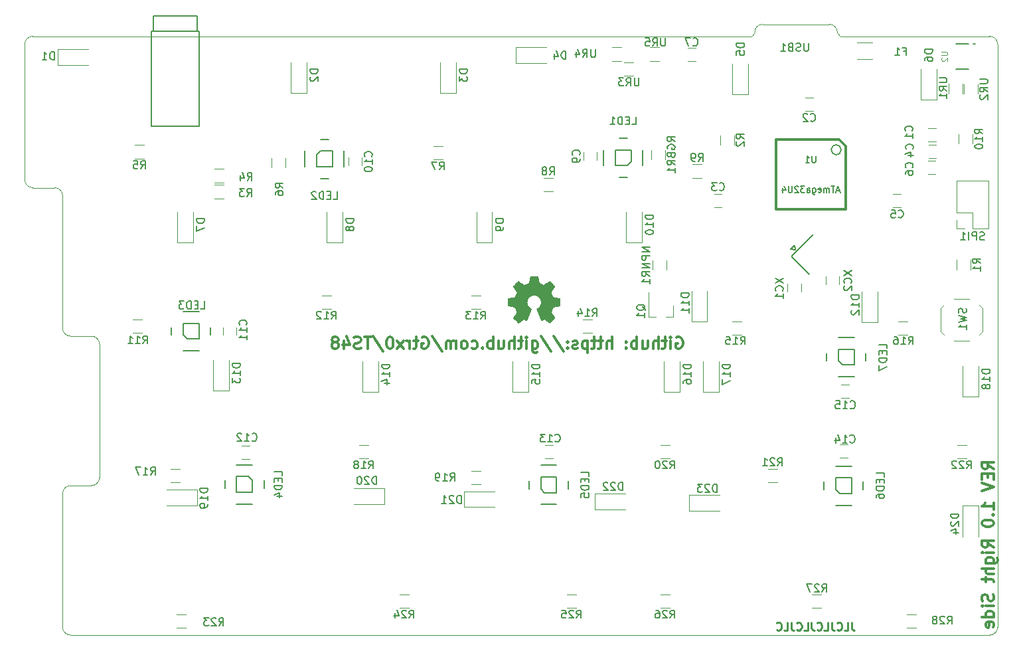
<source format=gbr>
G04 #@! TF.GenerationSoftware,KiCad,Pcbnew,(6.0.0-rc1-dev-1291-g61b749f0b)*
G04 #@! TF.CreationDate,2018-12-05T20:39:08+02:00
G04 #@! TF.ProjectId,TS48_right,54533438-5f72-4696-9768-742e6b696361,rev?*
G04 #@! TF.SameCoordinates,Original*
G04 #@! TF.FileFunction,Legend,Bot*
G04 #@! TF.FilePolarity,Positive*
%FSLAX46Y46*%
G04 Gerber Fmt 4.6, Leading zero omitted, Abs format (unit mm)*
G04 Created by KiCad (PCBNEW (6.0.0-rc1-dev-1291-g61b749f0b)) date 12/5/2018 8:39:08 PM*
%MOMM*%
%LPD*%
G01*
G04 APERTURE LIST*
%ADD10C,0.300000*%
%ADD11C,0.250000*%
%ADD12C,0.100000*%
%ADD13C,0.120000*%
%ADD14C,0.200000*%
%ADD15C,0.150000*%
%ADD16C,0.203200*%
%ADD17C,0.010000*%
G04 APERTURE END LIST*
D10*
X174135714Y-106350000D02*
X174278571Y-106278571D01*
X174492857Y-106278571D01*
X174707142Y-106350000D01*
X174850000Y-106492857D01*
X174921428Y-106635714D01*
X174992857Y-106921428D01*
X174992857Y-107135714D01*
X174921428Y-107421428D01*
X174850000Y-107564285D01*
X174707142Y-107707142D01*
X174492857Y-107778571D01*
X174350000Y-107778571D01*
X174135714Y-107707142D01*
X174064285Y-107635714D01*
X174064285Y-107135714D01*
X174350000Y-107135714D01*
X173421428Y-107778571D02*
X173421428Y-106778571D01*
X173421428Y-106278571D02*
X173492857Y-106350000D01*
X173421428Y-106421428D01*
X173350000Y-106350000D01*
X173421428Y-106278571D01*
X173421428Y-106421428D01*
X172921428Y-106778571D02*
X172350000Y-106778571D01*
X172707142Y-106278571D02*
X172707142Y-107564285D01*
X172635714Y-107707142D01*
X172492857Y-107778571D01*
X172350000Y-107778571D01*
X171850000Y-107778571D02*
X171850000Y-106278571D01*
X171207142Y-107778571D02*
X171207142Y-106992857D01*
X171278571Y-106850000D01*
X171421428Y-106778571D01*
X171635714Y-106778571D01*
X171778571Y-106850000D01*
X171850000Y-106921428D01*
X169850000Y-106778571D02*
X169850000Y-107778571D01*
X170492857Y-106778571D02*
X170492857Y-107564285D01*
X170421428Y-107707142D01*
X170278571Y-107778571D01*
X170064285Y-107778571D01*
X169921428Y-107707142D01*
X169850000Y-107635714D01*
X169135714Y-107778571D02*
X169135714Y-106278571D01*
X169135714Y-106850000D02*
X168992857Y-106778571D01*
X168707142Y-106778571D01*
X168564285Y-106850000D01*
X168492857Y-106921428D01*
X168421428Y-107064285D01*
X168421428Y-107492857D01*
X168492857Y-107635714D01*
X168564285Y-107707142D01*
X168707142Y-107778571D01*
X168992857Y-107778571D01*
X169135714Y-107707142D01*
X167778571Y-107635714D02*
X167707142Y-107707142D01*
X167778571Y-107778571D01*
X167850000Y-107707142D01*
X167778571Y-107635714D01*
X167778571Y-107778571D01*
X167778571Y-106850000D02*
X167707142Y-106921428D01*
X167778571Y-106992857D01*
X167850000Y-106921428D01*
X167778571Y-106850000D01*
X167778571Y-106992857D01*
X165921428Y-107778571D02*
X165921428Y-106278571D01*
X165278571Y-107778571D02*
X165278571Y-106992857D01*
X165350000Y-106850000D01*
X165492857Y-106778571D01*
X165707142Y-106778571D01*
X165850000Y-106850000D01*
X165921428Y-106921428D01*
X164778571Y-106778571D02*
X164207142Y-106778571D01*
X164564285Y-106278571D02*
X164564285Y-107564285D01*
X164492857Y-107707142D01*
X164350000Y-107778571D01*
X164207142Y-107778571D01*
X163921428Y-106778571D02*
X163350000Y-106778571D01*
X163707142Y-106278571D02*
X163707142Y-107564285D01*
X163635714Y-107707142D01*
X163492857Y-107778571D01*
X163350000Y-107778571D01*
X162850000Y-106778571D02*
X162850000Y-108278571D01*
X162850000Y-106850000D02*
X162707142Y-106778571D01*
X162421428Y-106778571D01*
X162278571Y-106850000D01*
X162207142Y-106921428D01*
X162135714Y-107064285D01*
X162135714Y-107492857D01*
X162207142Y-107635714D01*
X162278571Y-107707142D01*
X162421428Y-107778571D01*
X162707142Y-107778571D01*
X162850000Y-107707142D01*
X161564285Y-107707142D02*
X161421428Y-107778571D01*
X161135714Y-107778571D01*
X160992857Y-107707142D01*
X160921428Y-107564285D01*
X160921428Y-107492857D01*
X160992857Y-107350000D01*
X161135714Y-107278571D01*
X161350000Y-107278571D01*
X161492857Y-107207142D01*
X161564285Y-107064285D01*
X161564285Y-106992857D01*
X161492857Y-106850000D01*
X161350000Y-106778571D01*
X161135714Y-106778571D01*
X160992857Y-106850000D01*
X160278571Y-107635714D02*
X160207142Y-107707142D01*
X160278571Y-107778571D01*
X160350000Y-107707142D01*
X160278571Y-107635714D01*
X160278571Y-107778571D01*
X160278571Y-106850000D02*
X160207142Y-106921428D01*
X160278571Y-106992857D01*
X160350000Y-106921428D01*
X160278571Y-106850000D01*
X160278571Y-106992857D01*
X158492857Y-106207142D02*
X159778571Y-108135714D01*
X156921428Y-106207142D02*
X158207142Y-108135714D01*
X155778571Y-106778571D02*
X155778571Y-107992857D01*
X155850000Y-108135714D01*
X155921428Y-108207142D01*
X156064285Y-108278571D01*
X156278571Y-108278571D01*
X156421428Y-108207142D01*
X155778571Y-107707142D02*
X155921428Y-107778571D01*
X156207142Y-107778571D01*
X156350000Y-107707142D01*
X156421428Y-107635714D01*
X156492857Y-107492857D01*
X156492857Y-107064285D01*
X156421428Y-106921428D01*
X156350000Y-106850000D01*
X156207142Y-106778571D01*
X155921428Y-106778571D01*
X155778571Y-106850000D01*
X155064285Y-107778571D02*
X155064285Y-106778571D01*
X155064285Y-106278571D02*
X155135714Y-106350000D01*
X155064285Y-106421428D01*
X154992857Y-106350000D01*
X155064285Y-106278571D01*
X155064285Y-106421428D01*
X154564285Y-106778571D02*
X153992857Y-106778571D01*
X154350000Y-106278571D02*
X154350000Y-107564285D01*
X154278571Y-107707142D01*
X154135714Y-107778571D01*
X153992857Y-107778571D01*
X153492857Y-107778571D02*
X153492857Y-106278571D01*
X152850000Y-107778571D02*
X152850000Y-106992857D01*
X152921428Y-106850000D01*
X153064285Y-106778571D01*
X153278571Y-106778571D01*
X153421428Y-106850000D01*
X153492857Y-106921428D01*
X151492857Y-106778571D02*
X151492857Y-107778571D01*
X152135714Y-106778571D02*
X152135714Y-107564285D01*
X152064285Y-107707142D01*
X151921428Y-107778571D01*
X151707142Y-107778571D01*
X151564285Y-107707142D01*
X151492857Y-107635714D01*
X150778571Y-107778571D02*
X150778571Y-106278571D01*
X150778571Y-106850000D02*
X150635714Y-106778571D01*
X150350000Y-106778571D01*
X150207142Y-106850000D01*
X150135714Y-106921428D01*
X150064285Y-107064285D01*
X150064285Y-107492857D01*
X150135714Y-107635714D01*
X150207142Y-107707142D01*
X150350000Y-107778571D01*
X150635714Y-107778571D01*
X150778571Y-107707142D01*
X149421428Y-107635714D02*
X149350000Y-107707142D01*
X149421428Y-107778571D01*
X149492857Y-107707142D01*
X149421428Y-107635714D01*
X149421428Y-107778571D01*
X148064285Y-107707142D02*
X148207142Y-107778571D01*
X148492857Y-107778571D01*
X148635714Y-107707142D01*
X148707142Y-107635714D01*
X148778571Y-107492857D01*
X148778571Y-107064285D01*
X148707142Y-106921428D01*
X148635714Y-106850000D01*
X148492857Y-106778571D01*
X148207142Y-106778571D01*
X148064285Y-106850000D01*
X147207142Y-107778571D02*
X147350000Y-107707142D01*
X147421428Y-107635714D01*
X147492857Y-107492857D01*
X147492857Y-107064285D01*
X147421428Y-106921428D01*
X147350000Y-106850000D01*
X147207142Y-106778571D01*
X146992857Y-106778571D01*
X146850000Y-106850000D01*
X146778571Y-106921428D01*
X146707142Y-107064285D01*
X146707142Y-107492857D01*
X146778571Y-107635714D01*
X146850000Y-107707142D01*
X146992857Y-107778571D01*
X147207142Y-107778571D01*
X146064285Y-107778571D02*
X146064285Y-106778571D01*
X146064285Y-106921428D02*
X145992857Y-106850000D01*
X145850000Y-106778571D01*
X145635714Y-106778571D01*
X145492857Y-106850000D01*
X145421428Y-106992857D01*
X145421428Y-107778571D01*
X145421428Y-106992857D02*
X145350000Y-106850000D01*
X145207142Y-106778571D01*
X144992857Y-106778571D01*
X144850000Y-106850000D01*
X144778571Y-106992857D01*
X144778571Y-107778571D01*
X142992857Y-106207142D02*
X144278571Y-108135714D01*
X141707142Y-106350000D02*
X141850000Y-106278571D01*
X142064285Y-106278571D01*
X142278571Y-106350000D01*
X142421428Y-106492857D01*
X142492857Y-106635714D01*
X142564285Y-106921428D01*
X142564285Y-107135714D01*
X142492857Y-107421428D01*
X142421428Y-107564285D01*
X142278571Y-107707142D01*
X142064285Y-107778571D01*
X141921428Y-107778571D01*
X141707142Y-107707142D01*
X141635714Y-107635714D01*
X141635714Y-107135714D01*
X141921428Y-107135714D01*
X141207142Y-106778571D02*
X140635714Y-106778571D01*
X140992857Y-106278571D02*
X140992857Y-107564285D01*
X140921428Y-107707142D01*
X140778571Y-107778571D01*
X140635714Y-107778571D01*
X140135714Y-107778571D02*
X140135714Y-106778571D01*
X140135714Y-107064285D02*
X140064285Y-106921428D01*
X139992857Y-106850000D01*
X139850000Y-106778571D01*
X139707142Y-106778571D01*
X139350000Y-107778571D02*
X138564285Y-106778571D01*
X139350000Y-106778571D02*
X138564285Y-107778571D01*
X137707142Y-106278571D02*
X137564285Y-106278571D01*
X137421428Y-106350000D01*
X137350000Y-106421428D01*
X137278571Y-106564285D01*
X137207142Y-106850000D01*
X137207142Y-107207142D01*
X137278571Y-107492857D01*
X137350000Y-107635714D01*
X137421428Y-107707142D01*
X137564285Y-107778571D01*
X137707142Y-107778571D01*
X137850000Y-107707142D01*
X137921428Y-107635714D01*
X137992857Y-107492857D01*
X138064285Y-107207142D01*
X138064285Y-106850000D01*
X137992857Y-106564285D01*
X137921428Y-106421428D01*
X137850000Y-106350000D01*
X137707142Y-106278571D01*
X135492857Y-106207142D02*
X136778571Y-108135714D01*
X135207142Y-106278571D02*
X134350000Y-106278571D01*
X134778571Y-107778571D02*
X134778571Y-106278571D01*
X133921428Y-107707142D02*
X133707142Y-107778571D01*
X133349999Y-107778571D01*
X133207142Y-107707142D01*
X133135714Y-107635714D01*
X133064285Y-107492857D01*
X133064285Y-107350000D01*
X133135714Y-107207142D01*
X133207142Y-107135714D01*
X133349999Y-107064285D01*
X133635714Y-106992857D01*
X133778571Y-106921428D01*
X133849999Y-106850000D01*
X133921428Y-106707142D01*
X133921428Y-106564285D01*
X133849999Y-106421428D01*
X133778571Y-106350000D01*
X133635714Y-106278571D01*
X133278571Y-106278571D01*
X133064285Y-106350000D01*
X131778571Y-106778571D02*
X131778571Y-107778571D01*
X132135714Y-106207142D02*
X132492857Y-107278571D01*
X131564285Y-107278571D01*
X130778571Y-106921428D02*
X130921428Y-106850000D01*
X130992857Y-106778571D01*
X131064285Y-106635714D01*
X131064285Y-106564285D01*
X130992857Y-106421428D01*
X130921428Y-106350000D01*
X130778571Y-106278571D01*
X130492857Y-106278571D01*
X130349999Y-106350000D01*
X130278571Y-106421428D01*
X130207142Y-106564285D01*
X130207142Y-106635714D01*
X130278571Y-106778571D01*
X130349999Y-106850000D01*
X130492857Y-106921428D01*
X130778571Y-106921428D01*
X130921428Y-106992857D01*
X130992857Y-107064285D01*
X131064285Y-107207142D01*
X131064285Y-107492857D01*
X130992857Y-107635714D01*
X130921428Y-107707142D01*
X130778571Y-107778571D01*
X130492857Y-107778571D01*
X130349999Y-107707142D01*
X130278571Y-107635714D01*
X130207142Y-107492857D01*
X130207142Y-107207142D01*
X130278571Y-107064285D01*
X130349999Y-106992857D01*
X130492857Y-106921428D01*
D11*
X196519047Y-142652380D02*
X196519047Y-143366666D01*
X196566666Y-143509523D01*
X196661904Y-143604761D01*
X196804761Y-143652380D01*
X196900000Y-143652380D01*
X195566666Y-143652380D02*
X196042857Y-143652380D01*
X196042857Y-142652380D01*
X194661904Y-143557142D02*
X194709523Y-143604761D01*
X194852380Y-143652380D01*
X194947619Y-143652380D01*
X195090476Y-143604761D01*
X195185714Y-143509523D01*
X195233333Y-143414285D01*
X195280952Y-143223809D01*
X195280952Y-143080952D01*
X195233333Y-142890476D01*
X195185714Y-142795238D01*
X195090476Y-142700000D01*
X194947619Y-142652380D01*
X194852380Y-142652380D01*
X194709523Y-142700000D01*
X194661904Y-142747619D01*
X193947619Y-142652380D02*
X193947619Y-143366666D01*
X193995238Y-143509523D01*
X194090476Y-143604761D01*
X194233333Y-143652380D01*
X194328571Y-143652380D01*
X192995238Y-143652380D02*
X193471428Y-143652380D01*
X193471428Y-142652380D01*
X192090476Y-143557142D02*
X192138095Y-143604761D01*
X192280952Y-143652380D01*
X192376190Y-143652380D01*
X192519047Y-143604761D01*
X192614285Y-143509523D01*
X192661904Y-143414285D01*
X192709523Y-143223809D01*
X192709523Y-143080952D01*
X192661904Y-142890476D01*
X192614285Y-142795238D01*
X192519047Y-142700000D01*
X192376190Y-142652380D01*
X192280952Y-142652380D01*
X192138095Y-142700000D01*
X192090476Y-142747619D01*
X191376190Y-142652380D02*
X191376190Y-143366666D01*
X191423809Y-143509523D01*
X191519047Y-143604761D01*
X191661904Y-143652380D01*
X191757142Y-143652380D01*
X190423809Y-143652380D02*
X190900000Y-143652380D01*
X190900000Y-142652380D01*
X189519047Y-143557142D02*
X189566666Y-143604761D01*
X189709523Y-143652380D01*
X189804761Y-143652380D01*
X189947619Y-143604761D01*
X190042857Y-143509523D01*
X190090476Y-143414285D01*
X190138095Y-143223809D01*
X190138095Y-143080952D01*
X190090476Y-142890476D01*
X190042857Y-142795238D01*
X189947619Y-142700000D01*
X189804761Y-142652380D01*
X189709523Y-142652380D01*
X189566666Y-142700000D01*
X189519047Y-142747619D01*
X188804761Y-142652380D02*
X188804761Y-143366666D01*
X188852380Y-143509523D01*
X188947619Y-143604761D01*
X189090476Y-143652380D01*
X189185714Y-143652380D01*
X187852380Y-143652380D02*
X188328571Y-143652380D01*
X188328571Y-142652380D01*
X186947619Y-143557142D02*
X186995238Y-143604761D01*
X187138095Y-143652380D01*
X187233333Y-143652380D01*
X187376190Y-143604761D01*
X187471428Y-143509523D01*
X187519047Y-143414285D01*
X187566666Y-143223809D01*
X187566666Y-143080952D01*
X187519047Y-142890476D01*
X187471428Y-142795238D01*
X187376190Y-142700000D01*
X187233333Y-142652380D01*
X187138095Y-142652380D01*
X186995238Y-142700000D01*
X186947619Y-142747619D01*
D10*
X214635471Y-123084842D02*
X213921185Y-122584842D01*
X214635471Y-122227700D02*
X213135471Y-122227700D01*
X213135471Y-122799128D01*
X213206900Y-122941985D01*
X213278328Y-123013414D01*
X213421185Y-123084842D01*
X213635471Y-123084842D01*
X213778328Y-123013414D01*
X213849757Y-122941985D01*
X213921185Y-122799128D01*
X213921185Y-122227700D01*
X213849757Y-123727700D02*
X213849757Y-124227700D01*
X214635471Y-124441985D02*
X214635471Y-123727700D01*
X213135471Y-123727700D01*
X213135471Y-124441985D01*
X213135471Y-124870557D02*
X214635471Y-125370557D01*
X213135471Y-125870557D01*
X214635471Y-128299128D02*
X214635471Y-127441985D01*
X214635471Y-127870557D02*
X213135471Y-127870557D01*
X213349757Y-127727700D01*
X213492614Y-127584842D01*
X213564042Y-127441985D01*
X214492614Y-128941985D02*
X214564042Y-129013414D01*
X214635471Y-128941985D01*
X214564042Y-128870557D01*
X214492614Y-128941985D01*
X214635471Y-128941985D01*
X213135471Y-129941985D02*
X213135471Y-130084842D01*
X213206900Y-130227700D01*
X213278328Y-130299128D01*
X213421185Y-130370557D01*
X213706900Y-130441985D01*
X214064042Y-130441985D01*
X214349757Y-130370557D01*
X214492614Y-130299128D01*
X214564042Y-130227700D01*
X214635471Y-130084842D01*
X214635471Y-129941985D01*
X214564042Y-129799128D01*
X214492614Y-129727700D01*
X214349757Y-129656271D01*
X214064042Y-129584842D01*
X213706900Y-129584842D01*
X213421185Y-129656271D01*
X213278328Y-129727700D01*
X213206900Y-129799128D01*
X213135471Y-129941985D01*
X214635471Y-133084842D02*
X213921185Y-132584842D01*
X214635471Y-132227700D02*
X213135471Y-132227700D01*
X213135471Y-132799128D01*
X213206900Y-132941985D01*
X213278328Y-133013414D01*
X213421185Y-133084842D01*
X213635471Y-133084842D01*
X213778328Y-133013414D01*
X213849757Y-132941985D01*
X213921185Y-132799128D01*
X213921185Y-132227700D01*
X214635471Y-133727700D02*
X213635471Y-133727700D01*
X213135471Y-133727700D02*
X213206900Y-133656271D01*
X213278328Y-133727700D01*
X213206900Y-133799128D01*
X213135471Y-133727700D01*
X213278328Y-133727700D01*
X213635471Y-135084842D02*
X214849757Y-135084842D01*
X214992614Y-135013414D01*
X215064042Y-134941985D01*
X215135471Y-134799128D01*
X215135471Y-134584842D01*
X215064042Y-134441985D01*
X214564042Y-135084842D02*
X214635471Y-134941985D01*
X214635471Y-134656271D01*
X214564042Y-134513414D01*
X214492614Y-134441985D01*
X214349757Y-134370557D01*
X213921185Y-134370557D01*
X213778328Y-134441985D01*
X213706900Y-134513414D01*
X213635471Y-134656271D01*
X213635471Y-134941985D01*
X213706900Y-135084842D01*
X214635471Y-135799128D02*
X213135471Y-135799128D01*
X214635471Y-136441985D02*
X213849757Y-136441985D01*
X213706900Y-136370557D01*
X213635471Y-136227700D01*
X213635471Y-136013414D01*
X213706900Y-135870557D01*
X213778328Y-135799128D01*
X213635471Y-136941985D02*
X213635471Y-137513414D01*
X213135471Y-137156271D02*
X214421185Y-137156271D01*
X214564042Y-137227700D01*
X214635471Y-137370557D01*
X214635471Y-137513414D01*
X214564042Y-139084842D02*
X214635471Y-139299128D01*
X214635471Y-139656271D01*
X214564042Y-139799128D01*
X214492614Y-139870557D01*
X214349757Y-139941985D01*
X214206900Y-139941985D01*
X214064042Y-139870557D01*
X213992614Y-139799128D01*
X213921185Y-139656271D01*
X213849757Y-139370557D01*
X213778328Y-139227700D01*
X213706900Y-139156271D01*
X213564042Y-139084842D01*
X213421185Y-139084842D01*
X213278328Y-139156271D01*
X213206900Y-139227700D01*
X213135471Y-139370557D01*
X213135471Y-139727700D01*
X213206900Y-139941985D01*
X214635471Y-140584842D02*
X213635471Y-140584842D01*
X213135471Y-140584842D02*
X213206900Y-140513414D01*
X213278328Y-140584842D01*
X213206900Y-140656271D01*
X213135471Y-140584842D01*
X213278328Y-140584842D01*
X214635471Y-141941985D02*
X213135471Y-141941985D01*
X214564042Y-141941985D02*
X214635471Y-141799128D01*
X214635471Y-141513414D01*
X214564042Y-141370557D01*
X214492614Y-141299128D01*
X214349757Y-141227700D01*
X213921185Y-141227700D01*
X213778328Y-141299128D01*
X213706900Y-141370557D01*
X213635471Y-141513414D01*
X213635471Y-141799128D01*
X213706900Y-141941985D01*
X214564042Y-143227700D02*
X214635471Y-143084842D01*
X214635471Y-142799128D01*
X214564042Y-142656271D01*
X214421185Y-142584842D01*
X213849757Y-142584842D01*
X213706900Y-142656271D01*
X213635471Y-142799128D01*
X213635471Y-143084842D01*
X213706900Y-143227700D01*
X213849757Y-143299128D01*
X213992614Y-143299128D01*
X214135471Y-142584842D01*
D12*
X183769000Y-67945000D02*
X92075000Y-67945000D01*
X195072000Y-67945000D02*
X214122000Y-67945000D01*
X184150000Y-67437000D02*
X183769000Y-67945000D01*
X194691000Y-67437000D02*
X195072000Y-67945000D01*
X215138000Y-143256000D02*
X215138000Y-68961000D01*
X96901000Y-144272000D02*
X214122000Y-144272000D01*
X95885000Y-126238000D02*
X95885000Y-143256000D01*
X99568000Y-125222000D02*
X96901000Y-125222000D01*
X100584000Y-107188000D02*
X100584000Y-124206000D01*
X96901000Y-106172000D02*
X99568000Y-106172000D01*
X95885000Y-88265000D02*
X95885000Y-105156000D01*
X92075000Y-87249000D02*
X94869000Y-87249000D01*
X91059000Y-68961000D02*
X91059000Y-86233000D01*
X193675000Y-66421000D02*
X185166000Y-66421000D01*
X193673731Y-66419731D02*
G75*
G02X194691000Y-67437000I0J-1017269D01*
G01*
X184148731Y-67438269D02*
G75*
G02X185166000Y-66421000I1017269J0D01*
G01*
X91059000Y-68961000D02*
G75*
G02X92076269Y-67943731I1017269J0D01*
G01*
X92075000Y-87249000D02*
G75*
G02X91057731Y-86231731I0J1017269D01*
G01*
X94869000Y-87249000D02*
G75*
G02X95886269Y-88266269I0J-1017269D01*
G01*
X96901000Y-106172000D02*
G75*
G02X95883731Y-105154731I0J1017269D01*
G01*
X99568000Y-106172000D02*
G75*
G02X100585269Y-107189269I0J-1017269D01*
G01*
X100584000Y-124206000D02*
G75*
G02X99566731Y-125223269I-1017269J0D01*
G01*
X95883731Y-126239269D02*
G75*
G02X96901000Y-125222000I1017269J0D01*
G01*
X96901000Y-144272000D02*
G75*
G02X95883731Y-143254731I0J1017269D01*
G01*
X215138000Y-143256000D02*
G75*
G02X214120731Y-144273269I-1017269J0D01*
G01*
X214122000Y-67945000D02*
G75*
G02X215139269Y-68962269I0J-1017269D01*
G01*
D13*
G04 #@! TO.C,Q1*
X173753900Y-103744300D02*
X173753900Y-102284300D01*
X170593900Y-103744300D02*
X170593900Y-100584300D01*
X170593900Y-103744300D02*
X171523900Y-103744300D01*
X173753900Y-103744300D02*
X172823900Y-103744300D01*
G04 #@! TO.C,C1*
X206256000Y-79668000D02*
X207256000Y-79668000D01*
X207256000Y-81368000D02*
X206256000Y-81368000D01*
G04 #@! TO.C,C2*
X191609600Y-77441160D02*
X190609600Y-77441160D01*
X190609600Y-75741160D02*
X191609600Y-75741160D01*
G04 #@! TO.C,C3*
X179971000Y-89775400D02*
X178971000Y-89775400D01*
X178971000Y-88075400D02*
X179971000Y-88075400D01*
G04 #@! TO.C,C4*
X207306800Y-83476200D02*
X206306800Y-83476200D01*
X206306800Y-81776200D02*
X207306800Y-81776200D01*
G04 #@! TO.C,C5*
X201811000Y-88050000D02*
X202811000Y-88050000D01*
X202811000Y-89750000D02*
X201811000Y-89750000D01*
G04 #@! TO.C,C6*
X206230600Y-83808200D02*
X207230600Y-83808200D01*
X207230600Y-85508200D02*
X206230600Y-85508200D01*
G04 #@! TO.C,C7*
X175629000Y-69381000D02*
X176629000Y-69381000D01*
X176629000Y-71081000D02*
X175629000Y-71081000D01*
G04 #@! TO.C,C9*
X162319600Y-83736120D02*
X162319600Y-82736120D01*
X164019600Y-82736120D02*
X164019600Y-83736120D01*
G04 #@! TO.C,C10*
X132317120Y-84416840D02*
X132317120Y-83416840D01*
X134017120Y-83416840D02*
X134017120Y-84416840D01*
G04 #@! TO.C,C11*
X116371000Y-106037000D02*
X116371000Y-105037000D01*
X118071000Y-105037000D02*
X118071000Y-106037000D01*
G04 #@! TO.C,C12*
X118696800Y-120120040D02*
X119696800Y-120120040D01*
X119696800Y-121820040D02*
X118696800Y-121820040D01*
G04 #@! TO.C,C13*
X158416560Y-121779400D02*
X157416560Y-121779400D01*
X157416560Y-120079400D02*
X158416560Y-120079400D01*
G04 #@! TO.C,C14*
X195044120Y-119937160D02*
X196044120Y-119937160D01*
X196044120Y-121637160D02*
X195044120Y-121637160D01*
G04 #@! TO.C,C15*
X196201600Y-114067960D02*
X195201600Y-114067960D01*
X195201600Y-112367960D02*
X196201600Y-112367960D01*
G04 #@! TO.C,D1*
X95286000Y-71612000D02*
X95286000Y-69612000D01*
X95286000Y-69612000D02*
X99186000Y-69612000D01*
X95286000Y-71612000D02*
X99186000Y-71612000D01*
G04 #@! TO.C,D2*
X126984000Y-75148000D02*
X126984000Y-71248000D01*
X124984000Y-75148000D02*
X124984000Y-71248000D01*
X126984000Y-75148000D02*
X124984000Y-75148000D01*
G04 #@! TO.C,D3*
X146034000Y-75148000D02*
X144034000Y-75148000D01*
X144034000Y-75148000D02*
X144034000Y-71248000D01*
X146034000Y-75148000D02*
X146034000Y-71248000D01*
G04 #@! TO.C,D4*
X153706000Y-71358000D02*
X157606000Y-71358000D01*
X153706000Y-69358000D02*
X157606000Y-69358000D01*
X153706000Y-71358000D02*
X153706000Y-69358000D01*
G04 #@! TO.C,D5*
X183305960Y-75361360D02*
X181305960Y-75361360D01*
X181305960Y-75361360D02*
X181305960Y-71461360D01*
X183305960Y-75361360D02*
X183305960Y-71461360D01*
G04 #@! TO.C,D6*
X207349600Y-76062400D02*
X205349600Y-76062400D01*
X205349600Y-76062400D02*
X205349600Y-72162400D01*
X207349600Y-76062400D02*
X207349600Y-72162400D01*
G04 #@! TO.C,D7*
X112506000Y-94198000D02*
X110506000Y-94198000D01*
X110506000Y-94198000D02*
X110506000Y-90298000D01*
X112506000Y-94198000D02*
X112506000Y-90298000D01*
G04 #@! TO.C,D8*
X131556000Y-94198000D02*
X129556000Y-94198000D01*
X129556000Y-94198000D02*
X129556000Y-90298000D01*
X131556000Y-94198000D02*
X131556000Y-90298000D01*
G04 #@! TO.C,D9*
X150656800Y-94198000D02*
X150656800Y-90298000D01*
X148656800Y-94198000D02*
X148656800Y-90298000D01*
X150656800Y-94198000D02*
X148656800Y-94198000D01*
G04 #@! TO.C,D10*
X169783000Y-94198000D02*
X167783000Y-94198000D01*
X167783000Y-94198000D02*
X167783000Y-90298000D01*
X169783000Y-94198000D02*
X169783000Y-90298000D01*
G04 #@! TO.C,D11*
X178083720Y-104317360D02*
X178083720Y-100417360D01*
X176083720Y-104317360D02*
X176083720Y-100417360D01*
X178083720Y-104317360D02*
X176083720Y-104317360D01*
G04 #@! TO.C,D12*
X199831200Y-104358000D02*
X197831200Y-104358000D01*
X197831200Y-104358000D02*
X197831200Y-100458000D01*
X199831200Y-104358000D02*
X199831200Y-100458000D01*
G04 #@! TO.C,D13*
X117078000Y-113121000D02*
X115078000Y-113121000D01*
X115078000Y-113121000D02*
X115078000Y-109221000D01*
X117078000Y-113121000D02*
X117078000Y-109221000D01*
G04 #@! TO.C,D14*
X136128000Y-113248000D02*
X136128000Y-109348000D01*
X134128000Y-113248000D02*
X134128000Y-109348000D01*
X136128000Y-113248000D02*
X134128000Y-113248000D01*
G04 #@! TO.C,D15*
X155305000Y-113248000D02*
X153305000Y-113248000D01*
X153305000Y-113248000D02*
X153305000Y-109348000D01*
X155305000Y-113248000D02*
X155305000Y-109348000D01*
G04 #@! TO.C,D16*
X174609000Y-113248000D02*
X174609000Y-109348000D01*
X172609000Y-113248000D02*
X172609000Y-109348000D01*
X174609000Y-113248000D02*
X172609000Y-113248000D01*
G04 #@! TO.C,D17*
X179562000Y-113248000D02*
X179562000Y-109348000D01*
X177562000Y-113248000D02*
X177562000Y-109348000D01*
X179562000Y-113248000D02*
X177562000Y-113248000D01*
G04 #@! TO.C,D18*
X212709000Y-113883000D02*
X212709000Y-109983000D01*
X210709000Y-113883000D02*
X210709000Y-109983000D01*
X212709000Y-113883000D02*
X210709000Y-113883000D01*
G04 #@! TO.C,D19*
X113062580Y-125758700D02*
X109162580Y-125758700D01*
X113062580Y-127758700D02*
X109162580Y-127758700D01*
X113062580Y-125758700D02*
X113062580Y-127758700D01*
G04 #@! TO.C,D20*
X136956360Y-125593600D02*
X133056360Y-125593600D01*
X136956360Y-127593600D02*
X133056360Y-127593600D01*
X136956360Y-125593600D02*
X136956360Y-127593600D01*
G04 #@! TO.C,D21*
X147117240Y-127946660D02*
X147117240Y-125946660D01*
X147117240Y-125946660D02*
X151017240Y-125946660D01*
X147117240Y-127946660D02*
X151017240Y-127946660D01*
G04 #@! TO.C,D22*
X163737460Y-128269240D02*
X167637460Y-128269240D01*
X163737460Y-126269240D02*
X167637460Y-126269240D01*
X163737460Y-128269240D02*
X163737460Y-126269240D01*
G04 #@! TO.C,D23*
X175778600Y-128439420D02*
X175778600Y-126439420D01*
X175778600Y-126439420D02*
X179678600Y-126439420D01*
X175778600Y-128439420D02*
X179678600Y-128439420D01*
G04 #@! TO.C,D24*
X210709000Y-127798000D02*
X210709000Y-131698000D01*
X212709000Y-127798000D02*
X212709000Y-131698000D01*
X210709000Y-127798000D02*
X212709000Y-127798000D01*
G04 #@! TO.C,F1*
X199170800Y-68729200D02*
X197170800Y-68729200D01*
X197170800Y-70869200D02*
X199170800Y-70869200D01*
D14*
G04 #@! TO.C,LED1*
X168386000Y-82439000D02*
X166386000Y-82439000D01*
X166386000Y-82439000D02*
X166386000Y-84439000D01*
X166386000Y-84439000D02*
X167886000Y-84439000D01*
X167886000Y-84439000D02*
X168386000Y-83939000D01*
X168386000Y-83939000D02*
X168386000Y-82439000D01*
X169886000Y-82439000D02*
X169886000Y-84439000D01*
X167886000Y-85939000D02*
X166886000Y-85939000D01*
X164886000Y-82439000D02*
X164886000Y-84439000D01*
X167886000Y-80939000D02*
X166886000Y-80939000D01*
G04 #@! TO.C,LED2*
X128786000Y-86066000D02*
X129786000Y-86066000D01*
X131786000Y-84566000D02*
X131786000Y-82566000D01*
X128786000Y-81066000D02*
X129786000Y-81066000D01*
X126786000Y-84566000D02*
X126786000Y-82566000D01*
X128286000Y-83066000D02*
X128286000Y-84566000D01*
X128786000Y-82566000D02*
X128286000Y-83066000D01*
X130286000Y-82566000D02*
X128786000Y-82566000D01*
X130286000Y-84566000D02*
X130286000Y-82566000D01*
X128286000Y-84566000D02*
X130286000Y-84566000D01*
G04 #@! TO.C,LED3*
X113268000Y-106537000D02*
X113268000Y-104537000D01*
X113268000Y-104537000D02*
X111268000Y-104537000D01*
X111268000Y-104537000D02*
X111268000Y-106037000D01*
X111268000Y-106037000D02*
X111768000Y-106537000D01*
X111768000Y-106537000D02*
X113268000Y-106537000D01*
X113268000Y-108037000D02*
X111268000Y-108037000D01*
X109768000Y-106037000D02*
X109768000Y-105037000D01*
X113268000Y-103037000D02*
X111268000Y-103037000D01*
X114768000Y-106037000D02*
X114768000Y-105037000D01*
G04 #@! TO.C,LED4*
X116567280Y-124553360D02*
X116567280Y-125553360D01*
X118067280Y-127553360D02*
X120067280Y-127553360D01*
X121567280Y-124553360D02*
X121567280Y-125553360D01*
X118067280Y-122553360D02*
X120067280Y-122553360D01*
X119567280Y-124053360D02*
X118067280Y-124053360D01*
X120067280Y-124553360D02*
X119567280Y-124053360D01*
X120067280Y-126053360D02*
X120067280Y-124553360D01*
X118067280Y-126053360D02*
X120067280Y-126053360D01*
X118067280Y-124053360D02*
X118067280Y-126053360D01*
G04 #@! TO.C,LED5*
X158866080Y-126115320D02*
X158866080Y-124115320D01*
X158866080Y-124115320D02*
X156866080Y-124115320D01*
X156866080Y-124115320D02*
X156866080Y-125615320D01*
X156866080Y-125615320D02*
X157366080Y-126115320D01*
X157366080Y-126115320D02*
X158866080Y-126115320D01*
X158866080Y-127615320D02*
X156866080Y-127615320D01*
X155366080Y-125615320D02*
X155366080Y-124615320D01*
X158866080Y-122615320D02*
X156866080Y-122615320D01*
X160366080Y-125615320D02*
X160366080Y-124615320D01*
G04 #@! TO.C,LED6*
X197985720Y-125721000D02*
X197985720Y-124721000D01*
X196485720Y-122721000D02*
X194485720Y-122721000D01*
X192985720Y-125721000D02*
X192985720Y-124721000D01*
X196485720Y-127721000D02*
X194485720Y-127721000D01*
X194985720Y-126221000D02*
X196485720Y-126221000D01*
X194485720Y-125721000D02*
X194985720Y-126221000D01*
X194485720Y-124221000D02*
X194485720Y-125721000D01*
X196485720Y-124221000D02*
X194485720Y-124221000D01*
X196485720Y-126221000D02*
X196485720Y-124221000D01*
G04 #@! TO.C,LED7*
X196834000Y-109839000D02*
X196834000Y-107839000D01*
X196834000Y-107839000D02*
X194834000Y-107839000D01*
X194834000Y-107839000D02*
X194834000Y-109339000D01*
X194834000Y-109339000D02*
X195334000Y-109839000D01*
X195334000Y-109839000D02*
X196834000Y-109839000D01*
X196834000Y-111339000D02*
X194834000Y-111339000D01*
X193334000Y-109339000D02*
X193334000Y-108339000D01*
X196834000Y-106339000D02*
X194834000Y-106339000D01*
X198334000Y-109339000D02*
X198334000Y-108339000D01*
D13*
G04 #@! TO.C,NPNR1*
X171128800Y-96542300D02*
X171128800Y-97742300D01*
X172888800Y-97742300D02*
X172888800Y-96542300D01*
G04 #@! TO.C,R1*
X211664440Y-97662280D02*
X211664440Y-96462280D01*
X209904440Y-96462280D02*
X209904440Y-97662280D01*
G04 #@! TO.C,R2*
X179749560Y-80573320D02*
X179749560Y-81773320D01*
X181509560Y-81773320D02*
X181509560Y-80573320D01*
G04 #@! TO.C,R3*
X116449400Y-84819600D02*
X115249400Y-84819600D01*
X115249400Y-86579600D02*
X116449400Y-86579600D01*
G04 #@! TO.C,R4*
X116471000Y-86877000D02*
X115271000Y-86877000D01*
X115271000Y-88637000D02*
X116471000Y-88637000D01*
G04 #@! TO.C,R5*
X105064000Y-83557000D02*
X106264000Y-83557000D01*
X106264000Y-81797000D02*
X105064000Y-81797000D01*
G04 #@! TO.C,R6*
X124324000Y-84674000D02*
X124324000Y-83474000D01*
X122564000Y-83474000D02*
X122564000Y-84674000D01*
G04 #@! TO.C,R7*
X144364000Y-81924000D02*
X143164000Y-81924000D01*
X143164000Y-83684000D02*
X144364000Y-83684000D01*
G04 #@! TO.C,R8*
X158435600Y-85988000D02*
X157235600Y-85988000D01*
X157235600Y-87748000D02*
X158435600Y-87748000D01*
G04 #@! TO.C,R9*
X177414480Y-84240480D02*
X176214480Y-84240480D01*
X176214480Y-86000480D02*
X177414480Y-86000480D01*
G04 #@! TO.C,R10*
X210194000Y-80426000D02*
X210194000Y-81626000D01*
X211954000Y-81626000D02*
X211954000Y-80426000D01*
G04 #@! TO.C,R11*
X104810000Y-105782000D02*
X106010000Y-105782000D01*
X106010000Y-104022000D02*
X104810000Y-104022000D01*
G04 #@! TO.C,R12*
X128940000Y-102734000D02*
X130140000Y-102734000D01*
X130140000Y-100974000D02*
X128940000Y-100974000D01*
G04 #@! TO.C,R13*
X147990000Y-102734000D02*
X149190000Y-102734000D01*
X149190000Y-100974000D02*
X147990000Y-100974000D01*
G04 #@! TO.C,R14*
X162214000Y-105782000D02*
X163414000Y-105782000D01*
X163414000Y-104022000D02*
X162214000Y-104022000D01*
G04 #@! TO.C,R15*
X181264000Y-106036000D02*
X182464000Y-106036000D01*
X182464000Y-104276000D02*
X181264000Y-104276000D01*
G04 #@! TO.C,R16*
X202426000Y-106036000D02*
X203626000Y-106036000D01*
X203626000Y-104276000D02*
X202426000Y-104276000D01*
G04 #@! TO.C,R17*
X110836000Y-123072000D02*
X109636000Y-123072000D01*
X109636000Y-124832000D02*
X110836000Y-124832000D01*
G04 #@! TO.C,R18*
X133686000Y-121784000D02*
X134886000Y-121784000D01*
X134886000Y-120024000D02*
X133686000Y-120024000D01*
G04 #@! TO.C,R19*
X149190000Y-123326000D02*
X147990000Y-123326000D01*
X147990000Y-125086000D02*
X149190000Y-125086000D01*
G04 #@! TO.C,R20*
X173320000Y-120024000D02*
X172120000Y-120024000D01*
X172120000Y-121784000D02*
X173320000Y-121784000D01*
G04 #@! TO.C,R21*
X187036000Y-123072000D02*
X185836000Y-123072000D01*
X185836000Y-124832000D02*
X187036000Y-124832000D01*
G04 #@! TO.C,R22*
X209966000Y-121784000D02*
X211166000Y-121784000D01*
X211166000Y-120024000D02*
X209966000Y-120024000D01*
G04 #@! TO.C,R23*
X110398000Y-143374000D02*
X111598000Y-143374000D01*
X111598000Y-141614000D02*
X110398000Y-141614000D01*
G04 #@! TO.C,R24*
X140046000Y-139074000D02*
X138846000Y-139074000D01*
X138846000Y-140834000D02*
X140046000Y-140834000D01*
G04 #@! TO.C,R25*
X161382000Y-139074000D02*
X160182000Y-139074000D01*
X160182000Y-140834000D02*
X161382000Y-140834000D01*
G04 #@! TO.C,R26*
X172120000Y-140834000D02*
X173320000Y-140834000D01*
X173320000Y-139074000D02*
X172120000Y-139074000D01*
G04 #@! TO.C,R27*
X191424000Y-140834000D02*
X192624000Y-140834000D01*
X192624000Y-139074000D02*
X191424000Y-139074000D01*
G04 #@! TO.C,R28*
X204736000Y-141614000D02*
X203536000Y-141614000D01*
X203536000Y-143374000D02*
X204736000Y-143374000D01*
G04 #@! TO.C,RGBR1*
X170963700Y-82419900D02*
X170963700Y-83619900D01*
X172723700Y-83619900D02*
X172723700Y-82419900D01*
G04 #@! TO.C,SPI1*
X209868200Y-92448700D02*
X210928200Y-92448700D01*
X209868200Y-91388700D02*
X209868200Y-92448700D01*
X211928200Y-92448700D02*
X213988200Y-92448700D01*
X211928200Y-90388700D02*
X211928200Y-92448700D01*
X209868200Y-90388700D02*
X211928200Y-90388700D01*
X213988200Y-92448700D02*
X213988200Y-86328700D01*
X209868200Y-90388700D02*
X209868200Y-86328700D01*
X209868200Y-86328700D02*
X213988200Y-86328700D01*
D15*
G04 #@! TO.C,TRRS1*
X107436000Y-65330760D02*
X113036000Y-65330760D01*
X113036000Y-67330760D02*
X113036000Y-65330760D01*
X107436000Y-67330760D02*
X107436000Y-65330760D01*
X113286000Y-67330760D02*
X113286000Y-79430760D01*
X107186000Y-67330760D02*
X107186000Y-79430760D01*
X107186000Y-79430760D02*
X113286000Y-79430760D01*
X107186000Y-67330760D02*
X113286000Y-67330760D01*
D10*
G04 #@! TO.C,U1*
X194912800Y-81122600D02*
X195787800Y-81972600D01*
X195787800Y-81972600D02*
X195787800Y-90022600D01*
X195787800Y-90022600D02*
X186862800Y-90022600D01*
X186862800Y-90022600D02*
X186862800Y-81122600D01*
X186862800Y-81122600D02*
X194912800Y-81122600D01*
D16*
X195182800Y-82412600D02*
G75*
G03X195182800Y-82412600I-635000J0D01*
G01*
D15*
G04 #@! TO.C,U2*
X209854900Y-72143420D02*
X211454900Y-72143420D01*
X211984900Y-68943420D02*
X212284900Y-68943420D01*
X209854900Y-68943420D02*
X211454900Y-68943420D01*
D13*
G04 #@! TO.C,UR1*
X208924000Y-74029000D02*
X208924000Y-75229000D01*
X210684000Y-75229000D02*
X210684000Y-74029000D01*
G04 #@! TO.C,UR2*
X212589000Y-75276000D02*
X212589000Y-74076000D01*
X210829000Y-74076000D02*
X210829000Y-75276000D01*
G04 #@! TO.C,UR3*
X168701000Y-71256000D02*
X167501000Y-71256000D01*
X167501000Y-73016000D02*
X168701000Y-73016000D01*
G04 #@! TO.C,UR4*
X165944000Y-71111000D02*
X167144000Y-71111000D01*
X167144000Y-69351000D02*
X165944000Y-69351000D01*
G04 #@! TO.C,UR5*
X170803000Y-71111000D02*
X172003000Y-71111000D01*
X172003000Y-69351000D02*
X170803000Y-69351000D01*
G04 #@! TO.C,XC1*
X188354600Y-100474400D02*
X188354600Y-99474400D01*
X190054600Y-99474400D02*
X190054600Y-100474400D01*
G04 #@! TO.C,XC2*
X194906000Y-98534600D02*
X194906000Y-99534600D01*
X193206000Y-99534600D02*
X193206000Y-98534600D01*
D15*
G04 #@! TO.C,Y1*
X188729039Y-95050101D02*
X189357657Y-95139903D01*
X189249894Y-94529246D02*
X188729039Y-95050101D01*
X189249894Y-94529246D02*
X188800881Y-94978258D01*
X189357657Y-95139903D02*
X189249894Y-94529246D01*
X191081866Y-98300953D02*
X188872723Y-96091810D01*
X188872723Y-95948126D02*
X191638642Y-93182207D01*
X188872723Y-95948126D02*
X188872723Y-96091810D01*
D13*
G04 #@! TO.C,SW1*
X213240600Y-102639200D02*
X212790600Y-102189200D01*
X211540600Y-101389200D02*
X209540600Y-101389200D01*
X208290600Y-102189200D02*
X207840600Y-102639200D01*
X207840600Y-102639200D02*
X207840600Y-105539200D01*
X207840600Y-105539200D02*
X208290600Y-105989200D01*
X209540600Y-106789200D02*
X211540600Y-106789200D01*
X212790600Y-105989200D02*
X213240600Y-105539200D01*
X213240600Y-105539200D02*
X213240600Y-102639200D01*
D17*
G04 #@! TO.C,REF\002A\002A\002A*
G36*
X155438286Y-98980031D02*
X155354465Y-99424655D01*
X155045180Y-99552153D01*
X154735894Y-99679651D01*
X154364854Y-99427346D01*
X154260943Y-99357096D01*
X154167013Y-99294372D01*
X154087448Y-99242038D01*
X154026630Y-99202957D01*
X153988943Y-99179993D01*
X153978679Y-99175042D01*
X153960190Y-99187776D01*
X153920680Y-99222982D01*
X153864578Y-99276162D01*
X153796313Y-99342818D01*
X153720314Y-99418454D01*
X153641008Y-99498572D01*
X153562825Y-99578674D01*
X153490193Y-99654264D01*
X153427541Y-99720845D01*
X153379297Y-99773918D01*
X153349890Y-99808987D01*
X153342859Y-99820723D01*
X153352977Y-99842360D01*
X153381341Y-99889762D01*
X153424971Y-99958293D01*
X153480882Y-100043315D01*
X153546094Y-100140193D01*
X153583881Y-100195450D01*
X153652757Y-100296348D01*
X153713960Y-100387399D01*
X153764522Y-100464070D01*
X153801472Y-100521828D01*
X153821842Y-100556143D01*
X153824903Y-100563354D01*
X153817964Y-100583848D01*
X153799049Y-100631613D01*
X153771013Y-100699932D01*
X153736709Y-100782089D01*
X153698991Y-100871370D01*
X153660713Y-100961058D01*
X153624730Y-101044438D01*
X153593894Y-101114794D01*
X153571061Y-101165410D01*
X153559083Y-101189571D01*
X153558376Y-101190522D01*
X153539569Y-101195136D01*
X153489482Y-101205428D01*
X153413307Y-101220387D01*
X153316235Y-101239001D01*
X153203457Y-101260259D01*
X153137658Y-101272518D01*
X153017150Y-101295462D01*
X152908303Y-101317295D01*
X152816624Y-101336822D01*
X152747619Y-101352848D01*
X152706796Y-101364179D01*
X152698589Y-101367774D01*
X152690552Y-101392106D01*
X152684067Y-101447059D01*
X152679130Y-101526208D01*
X152675736Y-101623126D01*
X152673882Y-101731387D01*
X152673562Y-101844565D01*
X152674773Y-101956235D01*
X152677510Y-102059968D01*
X152681769Y-102149341D01*
X152687545Y-102217926D01*
X152694833Y-102259297D01*
X152699205Y-102267910D01*
X152725336Y-102278233D01*
X152780707Y-102292992D01*
X152857993Y-102310452D01*
X152949870Y-102328880D01*
X152981942Y-102334841D01*
X153136576Y-102363166D01*
X153258725Y-102385976D01*
X153352427Y-102404180D01*
X153421716Y-102418683D01*
X153470629Y-102430392D01*
X153503203Y-102440215D01*
X153523472Y-102449056D01*
X153535474Y-102457824D01*
X153537153Y-102459557D01*
X153553916Y-102487471D01*
X153579486Y-102541795D01*
X153611312Y-102615877D01*
X153646840Y-102703065D01*
X153683517Y-102796708D01*
X153718789Y-102890152D01*
X153750104Y-102976747D01*
X153774907Y-103049840D01*
X153790646Y-103102778D01*
X153794768Y-103128911D01*
X153794424Y-103129826D01*
X153780459Y-103151186D01*
X153748778Y-103198184D01*
X153702709Y-103265927D01*
X153645582Y-103349523D01*
X153580727Y-103444082D01*
X153562257Y-103470954D01*
X153496401Y-103568375D01*
X153438450Y-103657263D01*
X153391562Y-103732512D01*
X153358893Y-103789020D01*
X153343600Y-103821681D01*
X153342859Y-103825693D01*
X153355708Y-103846784D01*
X153391212Y-103888564D01*
X153444807Y-103946545D01*
X153511929Y-104016235D01*
X153588013Y-104093145D01*
X153668496Y-104172783D01*
X153748813Y-104250661D01*
X153824401Y-104322286D01*
X153890695Y-104383170D01*
X153943131Y-104428821D01*
X153977145Y-104454750D01*
X153986555Y-104458983D01*
X154008457Y-104449012D01*
X154053300Y-104422120D01*
X154113779Y-104382836D01*
X154160311Y-104351217D01*
X154244625Y-104293198D01*
X154344474Y-104224884D01*
X154444627Y-104156679D01*
X154498473Y-104120175D01*
X154680729Y-103996900D01*
X154833719Y-104079620D01*
X154903418Y-104115859D01*
X154962686Y-104144026D01*
X155002789Y-104160091D01*
X155012997Y-104162326D01*
X155025271Y-104145822D01*
X155049487Y-104099182D01*
X155083837Y-104026709D01*
X155126512Y-103932706D01*
X155175706Y-103821474D01*
X155229610Y-103697315D01*
X155286416Y-103564532D01*
X155344318Y-103427427D01*
X155401507Y-103290302D01*
X155456176Y-103157458D01*
X155506516Y-103033198D01*
X155550720Y-102921825D01*
X155586981Y-102827639D01*
X155613491Y-102754944D01*
X155628442Y-102708041D01*
X155630846Y-102691933D01*
X155611789Y-102671386D01*
X155570064Y-102638033D01*
X155514394Y-102598802D01*
X155509722Y-102595699D01*
X155365836Y-102480523D01*
X155249817Y-102346153D01*
X155162670Y-102196884D01*
X155105401Y-102037013D01*
X155079014Y-101870837D01*
X155084515Y-101702652D01*
X155122910Y-101536755D01*
X155195205Y-101377442D01*
X155216474Y-101342587D01*
X155327104Y-101201837D01*
X155457798Y-101088814D01*
X155604036Y-101004103D01*
X155761292Y-100948294D01*
X155925043Y-100921974D01*
X156090767Y-100925730D01*
X156253938Y-100960150D01*
X156410035Y-101025823D01*
X156554533Y-101123335D01*
X156599231Y-101162913D01*
X156712988Y-101286803D01*
X156795882Y-101417224D01*
X156852744Y-101563415D01*
X156884413Y-101708188D01*
X156892231Y-101870960D01*
X156866162Y-102034540D01*
X156808855Y-102193398D01*
X156722956Y-102342006D01*
X156611114Y-102474835D01*
X156475977Y-102586356D01*
X156458217Y-102598111D01*
X156401950Y-102636608D01*
X156359177Y-102669963D01*
X156338728Y-102691260D01*
X156338431Y-102691933D01*
X156342821Y-102714971D01*
X156360224Y-102767257D01*
X156388832Y-102844490D01*
X156426835Y-102942368D01*
X156472426Y-103056591D01*
X156523797Y-103182858D01*
X156579138Y-103316867D01*
X156636642Y-103454318D01*
X156694499Y-103590908D01*
X156750902Y-103722337D01*
X156804042Y-103844305D01*
X156852110Y-103952509D01*
X156893299Y-104042649D01*
X156925799Y-104110423D01*
X156947803Y-104151530D01*
X156956664Y-104162326D01*
X156983740Y-104153919D01*
X157034403Y-104131372D01*
X157099917Y-104098713D01*
X157135941Y-104079620D01*
X157288932Y-103996900D01*
X157471188Y-104120175D01*
X157564225Y-104183328D01*
X157666085Y-104252827D01*
X157761538Y-104318265D01*
X157809350Y-104351217D01*
X157876595Y-104396373D01*
X157933536Y-104432157D01*
X157972746Y-104454038D01*
X157985481Y-104458663D01*
X158004017Y-104446185D01*
X158045041Y-104411352D01*
X158104575Y-104357778D01*
X158178642Y-104289083D01*
X158263265Y-104208881D01*
X158316785Y-104157386D01*
X158410419Y-104065386D01*
X158491341Y-103983099D01*
X158556277Y-103914045D01*
X158601958Y-103861744D01*
X158625111Y-103829716D01*
X158627332Y-103823216D01*
X158617024Y-103798494D01*
X158588539Y-103748505D01*
X158545037Y-103678312D01*
X158489677Y-103592975D01*
X158425620Y-103497556D01*
X158407403Y-103470954D01*
X158341027Y-103374267D01*
X158281478Y-103287217D01*
X158232084Y-103214695D01*
X158196175Y-103161593D01*
X158177081Y-103132803D01*
X158175236Y-103129826D01*
X158177995Y-103106882D01*
X158192638Y-103056436D01*
X158216613Y-102985141D01*
X158247366Y-102899647D01*
X158282344Y-102806607D01*
X158318993Y-102712674D01*
X158354761Y-102624499D01*
X158387094Y-102548734D01*
X158413438Y-102492031D01*
X158431242Y-102461043D01*
X158432507Y-102459557D01*
X158443394Y-102450701D01*
X158461782Y-102441943D01*
X158491706Y-102432377D01*
X158537203Y-102421096D01*
X158602309Y-102407193D01*
X158691061Y-102389763D01*
X158807493Y-102367898D01*
X158955642Y-102340691D01*
X158987718Y-102334841D01*
X159082786Y-102316474D01*
X159165665Y-102298505D01*
X159229030Y-102282669D01*
X159265558Y-102270700D01*
X159270456Y-102267910D01*
X159278527Y-102243172D01*
X159285087Y-102187890D01*
X159290133Y-102108489D01*
X159293659Y-102011396D01*
X159295661Y-101903038D01*
X159296136Y-101789840D01*
X159295077Y-101678228D01*
X159292482Y-101574629D01*
X159288346Y-101485468D01*
X159282663Y-101417172D01*
X159275431Y-101376166D01*
X159271071Y-101367774D01*
X159246798Y-101359308D01*
X159191526Y-101345535D01*
X159110762Y-101327650D01*
X159010012Y-101306848D01*
X158894783Y-101284323D01*
X158832002Y-101272518D01*
X158712887Y-101250251D01*
X158606665Y-101230079D01*
X158518527Y-101213015D01*
X158453666Y-101200069D01*
X158417274Y-101192255D01*
X158411284Y-101190522D01*
X158401161Y-101170990D01*
X158379762Y-101123943D01*
X158349939Y-101056103D01*
X158314545Y-100974191D01*
X158276432Y-100884928D01*
X158238453Y-100795035D01*
X158203460Y-100711235D01*
X158174306Y-100640247D01*
X158153843Y-100588794D01*
X158144923Y-100563597D01*
X158144757Y-100562496D01*
X158154869Y-100542619D01*
X158183217Y-100496877D01*
X158226823Y-100429817D01*
X158282706Y-100345984D01*
X158347887Y-100249926D01*
X158385779Y-100194750D01*
X158454825Y-100093581D01*
X158516150Y-100001730D01*
X158566763Y-99923844D01*
X158603671Y-99864569D01*
X158623882Y-99828551D01*
X158626801Y-99820477D01*
X158614253Y-99801684D01*
X158579563Y-99761557D01*
X158527163Y-99704593D01*
X158461484Y-99635285D01*
X158386956Y-99558131D01*
X158308013Y-99477625D01*
X158229083Y-99398263D01*
X158154600Y-99324540D01*
X158088994Y-99260952D01*
X158036696Y-99211994D01*
X158002139Y-99182161D01*
X157990578Y-99175042D01*
X157971754Y-99185053D01*
X157926731Y-99213178D01*
X157859887Y-99256554D01*
X157775599Y-99312318D01*
X157678244Y-99377606D01*
X157604807Y-99427346D01*
X157233767Y-99679651D01*
X156615195Y-99424655D01*
X156531375Y-98980031D01*
X156447554Y-98535407D01*
X155522106Y-98535407D01*
X155438286Y-98980031D01*
X155438286Y-98980031D01*
G37*
X155438286Y-98980031D02*
X155354465Y-99424655D01*
X155045180Y-99552153D01*
X154735894Y-99679651D01*
X154364854Y-99427346D01*
X154260943Y-99357096D01*
X154167013Y-99294372D01*
X154087448Y-99242038D01*
X154026630Y-99202957D01*
X153988943Y-99179993D01*
X153978679Y-99175042D01*
X153960190Y-99187776D01*
X153920680Y-99222982D01*
X153864578Y-99276162D01*
X153796313Y-99342818D01*
X153720314Y-99418454D01*
X153641008Y-99498572D01*
X153562825Y-99578674D01*
X153490193Y-99654264D01*
X153427541Y-99720845D01*
X153379297Y-99773918D01*
X153349890Y-99808987D01*
X153342859Y-99820723D01*
X153352977Y-99842360D01*
X153381341Y-99889762D01*
X153424971Y-99958293D01*
X153480882Y-100043315D01*
X153546094Y-100140193D01*
X153583881Y-100195450D01*
X153652757Y-100296348D01*
X153713960Y-100387399D01*
X153764522Y-100464070D01*
X153801472Y-100521828D01*
X153821842Y-100556143D01*
X153824903Y-100563354D01*
X153817964Y-100583848D01*
X153799049Y-100631613D01*
X153771013Y-100699932D01*
X153736709Y-100782089D01*
X153698991Y-100871370D01*
X153660713Y-100961058D01*
X153624730Y-101044438D01*
X153593894Y-101114794D01*
X153571061Y-101165410D01*
X153559083Y-101189571D01*
X153558376Y-101190522D01*
X153539569Y-101195136D01*
X153489482Y-101205428D01*
X153413307Y-101220387D01*
X153316235Y-101239001D01*
X153203457Y-101260259D01*
X153137658Y-101272518D01*
X153017150Y-101295462D01*
X152908303Y-101317295D01*
X152816624Y-101336822D01*
X152747619Y-101352848D01*
X152706796Y-101364179D01*
X152698589Y-101367774D01*
X152690552Y-101392106D01*
X152684067Y-101447059D01*
X152679130Y-101526208D01*
X152675736Y-101623126D01*
X152673882Y-101731387D01*
X152673562Y-101844565D01*
X152674773Y-101956235D01*
X152677510Y-102059968D01*
X152681769Y-102149341D01*
X152687545Y-102217926D01*
X152694833Y-102259297D01*
X152699205Y-102267910D01*
X152725336Y-102278233D01*
X152780707Y-102292992D01*
X152857993Y-102310452D01*
X152949870Y-102328880D01*
X152981942Y-102334841D01*
X153136576Y-102363166D01*
X153258725Y-102385976D01*
X153352427Y-102404180D01*
X153421716Y-102418683D01*
X153470629Y-102430392D01*
X153503203Y-102440215D01*
X153523472Y-102449056D01*
X153535474Y-102457824D01*
X153537153Y-102459557D01*
X153553916Y-102487471D01*
X153579486Y-102541795D01*
X153611312Y-102615877D01*
X153646840Y-102703065D01*
X153683517Y-102796708D01*
X153718789Y-102890152D01*
X153750104Y-102976747D01*
X153774907Y-103049840D01*
X153790646Y-103102778D01*
X153794768Y-103128911D01*
X153794424Y-103129826D01*
X153780459Y-103151186D01*
X153748778Y-103198184D01*
X153702709Y-103265927D01*
X153645582Y-103349523D01*
X153580727Y-103444082D01*
X153562257Y-103470954D01*
X153496401Y-103568375D01*
X153438450Y-103657263D01*
X153391562Y-103732512D01*
X153358893Y-103789020D01*
X153343600Y-103821681D01*
X153342859Y-103825693D01*
X153355708Y-103846784D01*
X153391212Y-103888564D01*
X153444807Y-103946545D01*
X153511929Y-104016235D01*
X153588013Y-104093145D01*
X153668496Y-104172783D01*
X153748813Y-104250661D01*
X153824401Y-104322286D01*
X153890695Y-104383170D01*
X153943131Y-104428821D01*
X153977145Y-104454750D01*
X153986555Y-104458983D01*
X154008457Y-104449012D01*
X154053300Y-104422120D01*
X154113779Y-104382836D01*
X154160311Y-104351217D01*
X154244625Y-104293198D01*
X154344474Y-104224884D01*
X154444627Y-104156679D01*
X154498473Y-104120175D01*
X154680729Y-103996900D01*
X154833719Y-104079620D01*
X154903418Y-104115859D01*
X154962686Y-104144026D01*
X155002789Y-104160091D01*
X155012997Y-104162326D01*
X155025271Y-104145822D01*
X155049487Y-104099182D01*
X155083837Y-104026709D01*
X155126512Y-103932706D01*
X155175706Y-103821474D01*
X155229610Y-103697315D01*
X155286416Y-103564532D01*
X155344318Y-103427427D01*
X155401507Y-103290302D01*
X155456176Y-103157458D01*
X155506516Y-103033198D01*
X155550720Y-102921825D01*
X155586981Y-102827639D01*
X155613491Y-102754944D01*
X155628442Y-102708041D01*
X155630846Y-102691933D01*
X155611789Y-102671386D01*
X155570064Y-102638033D01*
X155514394Y-102598802D01*
X155509722Y-102595699D01*
X155365836Y-102480523D01*
X155249817Y-102346153D01*
X155162670Y-102196884D01*
X155105401Y-102037013D01*
X155079014Y-101870837D01*
X155084515Y-101702652D01*
X155122910Y-101536755D01*
X155195205Y-101377442D01*
X155216474Y-101342587D01*
X155327104Y-101201837D01*
X155457798Y-101088814D01*
X155604036Y-101004103D01*
X155761292Y-100948294D01*
X155925043Y-100921974D01*
X156090767Y-100925730D01*
X156253938Y-100960150D01*
X156410035Y-101025823D01*
X156554533Y-101123335D01*
X156599231Y-101162913D01*
X156712988Y-101286803D01*
X156795882Y-101417224D01*
X156852744Y-101563415D01*
X156884413Y-101708188D01*
X156892231Y-101870960D01*
X156866162Y-102034540D01*
X156808855Y-102193398D01*
X156722956Y-102342006D01*
X156611114Y-102474835D01*
X156475977Y-102586356D01*
X156458217Y-102598111D01*
X156401950Y-102636608D01*
X156359177Y-102669963D01*
X156338728Y-102691260D01*
X156338431Y-102691933D01*
X156342821Y-102714971D01*
X156360224Y-102767257D01*
X156388832Y-102844490D01*
X156426835Y-102942368D01*
X156472426Y-103056591D01*
X156523797Y-103182858D01*
X156579138Y-103316867D01*
X156636642Y-103454318D01*
X156694499Y-103590908D01*
X156750902Y-103722337D01*
X156804042Y-103844305D01*
X156852110Y-103952509D01*
X156893299Y-104042649D01*
X156925799Y-104110423D01*
X156947803Y-104151530D01*
X156956664Y-104162326D01*
X156983740Y-104153919D01*
X157034403Y-104131372D01*
X157099917Y-104098713D01*
X157135941Y-104079620D01*
X157288932Y-103996900D01*
X157471188Y-104120175D01*
X157564225Y-104183328D01*
X157666085Y-104252827D01*
X157761538Y-104318265D01*
X157809350Y-104351217D01*
X157876595Y-104396373D01*
X157933536Y-104432157D01*
X157972746Y-104454038D01*
X157985481Y-104458663D01*
X158004017Y-104446185D01*
X158045041Y-104411352D01*
X158104575Y-104357778D01*
X158178642Y-104289083D01*
X158263265Y-104208881D01*
X158316785Y-104157386D01*
X158410419Y-104065386D01*
X158491341Y-103983099D01*
X158556277Y-103914045D01*
X158601958Y-103861744D01*
X158625111Y-103829716D01*
X158627332Y-103823216D01*
X158617024Y-103798494D01*
X158588539Y-103748505D01*
X158545037Y-103678312D01*
X158489677Y-103592975D01*
X158425620Y-103497556D01*
X158407403Y-103470954D01*
X158341027Y-103374267D01*
X158281478Y-103287217D01*
X158232084Y-103214695D01*
X158196175Y-103161593D01*
X158177081Y-103132803D01*
X158175236Y-103129826D01*
X158177995Y-103106882D01*
X158192638Y-103056436D01*
X158216613Y-102985141D01*
X158247366Y-102899647D01*
X158282344Y-102806607D01*
X158318993Y-102712674D01*
X158354761Y-102624499D01*
X158387094Y-102548734D01*
X158413438Y-102492031D01*
X158431242Y-102461043D01*
X158432507Y-102459557D01*
X158443394Y-102450701D01*
X158461782Y-102441943D01*
X158491706Y-102432377D01*
X158537203Y-102421096D01*
X158602309Y-102407193D01*
X158691061Y-102389763D01*
X158807493Y-102367898D01*
X158955642Y-102340691D01*
X158987718Y-102334841D01*
X159082786Y-102316474D01*
X159165665Y-102298505D01*
X159229030Y-102282669D01*
X159265558Y-102270700D01*
X159270456Y-102267910D01*
X159278527Y-102243172D01*
X159285087Y-102187890D01*
X159290133Y-102108489D01*
X159293659Y-102011396D01*
X159295661Y-101903038D01*
X159296136Y-101789840D01*
X159295077Y-101678228D01*
X159292482Y-101574629D01*
X159288346Y-101485468D01*
X159282663Y-101417172D01*
X159275431Y-101376166D01*
X159271071Y-101367774D01*
X159246798Y-101359308D01*
X159191526Y-101345535D01*
X159110762Y-101327650D01*
X159010012Y-101306848D01*
X158894783Y-101284323D01*
X158832002Y-101272518D01*
X158712887Y-101250251D01*
X158606665Y-101230079D01*
X158518527Y-101213015D01*
X158453666Y-101200069D01*
X158417274Y-101192255D01*
X158411284Y-101190522D01*
X158401161Y-101170990D01*
X158379762Y-101123943D01*
X158349939Y-101056103D01*
X158314545Y-100974191D01*
X158276432Y-100884928D01*
X158238453Y-100795035D01*
X158203460Y-100711235D01*
X158174306Y-100640247D01*
X158153843Y-100588794D01*
X158144923Y-100563597D01*
X158144757Y-100562496D01*
X158154869Y-100542619D01*
X158183217Y-100496877D01*
X158226823Y-100429817D01*
X158282706Y-100345984D01*
X158347887Y-100249926D01*
X158385779Y-100194750D01*
X158454825Y-100093581D01*
X158516150Y-100001730D01*
X158566763Y-99923844D01*
X158603671Y-99864569D01*
X158623882Y-99828551D01*
X158626801Y-99820477D01*
X158614253Y-99801684D01*
X158579563Y-99761557D01*
X158527163Y-99704593D01*
X158461484Y-99635285D01*
X158386956Y-99558131D01*
X158308013Y-99477625D01*
X158229083Y-99398263D01*
X158154600Y-99324540D01*
X158088994Y-99260952D01*
X158036696Y-99211994D01*
X158002139Y-99182161D01*
X157990578Y-99175042D01*
X157971754Y-99185053D01*
X157926731Y-99213178D01*
X157859887Y-99256554D01*
X157775599Y-99312318D01*
X157678244Y-99377606D01*
X157604807Y-99427346D01*
X157233767Y-99679651D01*
X156615195Y-99424655D01*
X156531375Y-98980031D01*
X156447554Y-98535407D01*
X155522106Y-98535407D01*
X155438286Y-98980031D01*
G04 #@! TD*
G04 #@! TO.C,Q1*
D15*
X170221519Y-102889061D02*
X170173900Y-102793823D01*
X170078661Y-102698585D01*
X169935804Y-102555728D01*
X169888185Y-102460490D01*
X169888185Y-102365252D01*
X170126280Y-102412871D02*
X170078661Y-102317633D01*
X169983423Y-102222395D01*
X169792947Y-102174776D01*
X169459614Y-102174776D01*
X169269138Y-102222395D01*
X169173900Y-102317633D01*
X169126280Y-102412871D01*
X169126280Y-102603347D01*
X169173900Y-102698585D01*
X169269138Y-102793823D01*
X169459614Y-102841442D01*
X169792947Y-102841442D01*
X169983423Y-102793823D01*
X170078661Y-102698585D01*
X170126280Y-102603347D01*
X170126280Y-102412871D01*
X170126280Y-103793823D02*
X170126280Y-103222395D01*
X170126280Y-103508109D02*
X169126280Y-103508109D01*
X169269138Y-103412871D01*
X169364376Y-103317633D01*
X169411995Y-103222395D01*
G04 #@! TO.C,C1*
X204212462Y-79990653D02*
X204260081Y-79943034D01*
X204307700Y-79800177D01*
X204307700Y-79704939D01*
X204260081Y-79562081D01*
X204164843Y-79466843D01*
X204069605Y-79419224D01*
X203879129Y-79371605D01*
X203736272Y-79371605D01*
X203545796Y-79419224D01*
X203450558Y-79466843D01*
X203355320Y-79562081D01*
X203307700Y-79704939D01*
X203307700Y-79800177D01*
X203355320Y-79943034D01*
X203402939Y-79990653D01*
X204307700Y-80943034D02*
X204307700Y-80371605D01*
X204307700Y-80657320D02*
X203307700Y-80657320D01*
X203450558Y-80562081D01*
X203545796Y-80466843D01*
X203593415Y-80371605D01*
G04 #@! TO.C,C2*
X191276266Y-78698302D02*
X191323885Y-78745921D01*
X191466742Y-78793540D01*
X191561980Y-78793540D01*
X191704838Y-78745921D01*
X191800076Y-78650683D01*
X191847695Y-78555445D01*
X191895314Y-78364969D01*
X191895314Y-78222112D01*
X191847695Y-78031636D01*
X191800076Y-77936398D01*
X191704838Y-77841160D01*
X191561980Y-77793540D01*
X191466742Y-77793540D01*
X191323885Y-77841160D01*
X191276266Y-77888779D01*
X190895314Y-77888779D02*
X190847695Y-77841160D01*
X190752457Y-77793540D01*
X190514361Y-77793540D01*
X190419123Y-77841160D01*
X190371504Y-77888779D01*
X190323885Y-77984017D01*
X190323885Y-78079255D01*
X190371504Y-78222112D01*
X190942933Y-78793540D01*
X190323885Y-78793540D01*
G04 #@! TO.C,C3*
X179637666Y-87532542D02*
X179685285Y-87580161D01*
X179828142Y-87627780D01*
X179923380Y-87627780D01*
X180066238Y-87580161D01*
X180161476Y-87484923D01*
X180209095Y-87389685D01*
X180256714Y-87199209D01*
X180256714Y-87056352D01*
X180209095Y-86865876D01*
X180161476Y-86770638D01*
X180066238Y-86675400D01*
X179923380Y-86627780D01*
X179828142Y-86627780D01*
X179685285Y-86675400D01*
X179637666Y-86723019D01*
X179304333Y-86627780D02*
X178685285Y-86627780D01*
X179018619Y-87008733D01*
X178875761Y-87008733D01*
X178780523Y-87056352D01*
X178732904Y-87103971D01*
X178685285Y-87199209D01*
X178685285Y-87437304D01*
X178732904Y-87532542D01*
X178780523Y-87580161D01*
X178875761Y-87627780D01*
X179161476Y-87627780D01*
X179256714Y-87580161D01*
X179304333Y-87532542D01*
G04 #@! TO.C,C4*
X204288662Y-82317293D02*
X204336281Y-82269674D01*
X204383900Y-82126817D01*
X204383900Y-82031579D01*
X204336281Y-81888721D01*
X204241043Y-81793483D01*
X204145805Y-81745864D01*
X203955329Y-81698245D01*
X203812472Y-81698245D01*
X203621996Y-81745864D01*
X203526758Y-81793483D01*
X203431520Y-81888721D01*
X203383900Y-82031579D01*
X203383900Y-82126817D01*
X203431520Y-82269674D01*
X203479139Y-82317293D01*
X203717234Y-83174436D02*
X204383900Y-83174436D01*
X203336281Y-82936340D02*
X204050567Y-82698245D01*
X204050567Y-83317293D01*
G04 #@! TO.C,C5*
X202477666Y-91007142D02*
X202525285Y-91054761D01*
X202668142Y-91102380D01*
X202763380Y-91102380D01*
X202906238Y-91054761D01*
X203001476Y-90959523D01*
X203049095Y-90864285D01*
X203096714Y-90673809D01*
X203096714Y-90530952D01*
X203049095Y-90340476D01*
X203001476Y-90245238D01*
X202906238Y-90150000D01*
X202763380Y-90102380D01*
X202668142Y-90102380D01*
X202525285Y-90150000D01*
X202477666Y-90197619D01*
X201572904Y-90102380D02*
X202049095Y-90102380D01*
X202096714Y-90578571D01*
X202049095Y-90530952D01*
X201953857Y-90483333D01*
X201715761Y-90483333D01*
X201620523Y-90530952D01*
X201572904Y-90578571D01*
X201525285Y-90673809D01*
X201525285Y-90911904D01*
X201572904Y-91007142D01*
X201620523Y-91054761D01*
X201715761Y-91102380D01*
X201953857Y-91102380D01*
X202049095Y-91054761D01*
X202096714Y-91007142D01*
G04 #@! TO.C,C6*
X204263262Y-84694733D02*
X204310881Y-84647114D01*
X204358500Y-84504257D01*
X204358500Y-84409019D01*
X204310881Y-84266161D01*
X204215643Y-84170923D01*
X204120405Y-84123304D01*
X203929929Y-84075685D01*
X203787072Y-84075685D01*
X203596596Y-84123304D01*
X203501358Y-84170923D01*
X203406120Y-84266161D01*
X203358500Y-84409019D01*
X203358500Y-84504257D01*
X203406120Y-84647114D01*
X203453739Y-84694733D01*
X203358500Y-85551876D02*
X203358500Y-85361400D01*
X203406120Y-85266161D01*
X203453739Y-85218542D01*
X203596596Y-85123304D01*
X203787072Y-85075685D01*
X204168024Y-85075685D01*
X204263262Y-85123304D01*
X204310881Y-85170923D01*
X204358500Y-85266161D01*
X204358500Y-85456638D01*
X204310881Y-85551876D01*
X204263262Y-85599495D01*
X204168024Y-85647114D01*
X203929929Y-85647114D01*
X203834691Y-85599495D01*
X203787072Y-85551876D01*
X203739453Y-85456638D01*
X203739453Y-85266161D01*
X203787072Y-85170923D01*
X203834691Y-85123304D01*
X203929929Y-85075685D01*
G04 #@! TO.C,C7*
X176280106Y-69079382D02*
X176327725Y-69127001D01*
X176470582Y-69174620D01*
X176565820Y-69174620D01*
X176708678Y-69127001D01*
X176803916Y-69031763D01*
X176851535Y-68936525D01*
X176899154Y-68746049D01*
X176899154Y-68603192D01*
X176851535Y-68412716D01*
X176803916Y-68317478D01*
X176708678Y-68222240D01*
X176565820Y-68174620D01*
X176470582Y-68174620D01*
X176327725Y-68222240D01*
X176280106Y-68269859D01*
X175946773Y-68174620D02*
X175280106Y-68174620D01*
X175708678Y-69174620D01*
G04 #@! TO.C,C9*
X161776742Y-83069453D02*
X161824361Y-83021834D01*
X161871980Y-82878977D01*
X161871980Y-82783739D01*
X161824361Y-82640881D01*
X161729123Y-82545643D01*
X161633885Y-82498024D01*
X161443409Y-82450405D01*
X161300552Y-82450405D01*
X161110076Y-82498024D01*
X161014838Y-82545643D01*
X160919600Y-82640881D01*
X160871980Y-82783739D01*
X160871980Y-82878977D01*
X160919600Y-83021834D01*
X160967219Y-83069453D01*
X161871980Y-83545643D02*
X161871980Y-83736120D01*
X161824361Y-83831358D01*
X161776742Y-83878977D01*
X161633885Y-83974215D01*
X161443409Y-84021834D01*
X161062457Y-84021834D01*
X160967219Y-83974215D01*
X160919600Y-83926596D01*
X160871980Y-83831358D01*
X160871980Y-83640881D01*
X160919600Y-83545643D01*
X160967219Y-83498024D01*
X161062457Y-83450405D01*
X161300552Y-83450405D01*
X161395790Y-83498024D01*
X161443409Y-83545643D01*
X161491028Y-83640881D01*
X161491028Y-83831358D01*
X161443409Y-83926596D01*
X161395790Y-83974215D01*
X161300552Y-84021834D01*
G04 #@! TO.C,C10*
X135274262Y-83273982D02*
X135321881Y-83226363D01*
X135369500Y-83083506D01*
X135369500Y-82988268D01*
X135321881Y-82845411D01*
X135226643Y-82750173D01*
X135131405Y-82702554D01*
X134940929Y-82654935D01*
X134798072Y-82654935D01*
X134607596Y-82702554D01*
X134512358Y-82750173D01*
X134417120Y-82845411D01*
X134369500Y-82988268D01*
X134369500Y-83083506D01*
X134417120Y-83226363D01*
X134464739Y-83273982D01*
X135369500Y-84226363D02*
X135369500Y-83654935D01*
X135369500Y-83940649D02*
X134369500Y-83940649D01*
X134512358Y-83845411D01*
X134607596Y-83750173D01*
X134655215Y-83654935D01*
X134369500Y-84845411D02*
X134369500Y-84940649D01*
X134417120Y-85035887D01*
X134464739Y-85083506D01*
X134559977Y-85131125D01*
X134750453Y-85178744D01*
X134988548Y-85178744D01*
X135179024Y-85131125D01*
X135274262Y-85083506D01*
X135321881Y-85035887D01*
X135369500Y-84940649D01*
X135369500Y-84845411D01*
X135321881Y-84750173D01*
X135274262Y-84702554D01*
X135179024Y-84654935D01*
X134988548Y-84607316D01*
X134750453Y-84607316D01*
X134559977Y-84654935D01*
X134464739Y-84702554D01*
X134417120Y-84750173D01*
X134369500Y-84845411D01*
G04 #@! TO.C,C11*
X119295182Y-104726502D02*
X119342801Y-104678883D01*
X119390420Y-104536026D01*
X119390420Y-104440788D01*
X119342801Y-104297931D01*
X119247563Y-104202693D01*
X119152325Y-104155074D01*
X118961849Y-104107455D01*
X118818992Y-104107455D01*
X118628516Y-104155074D01*
X118533278Y-104202693D01*
X118438040Y-104297931D01*
X118390420Y-104440788D01*
X118390420Y-104536026D01*
X118438040Y-104678883D01*
X118485659Y-104726502D01*
X119390420Y-105678883D02*
X119390420Y-105107455D01*
X119390420Y-105393169D02*
X118390420Y-105393169D01*
X118533278Y-105297931D01*
X118628516Y-105202693D01*
X118676135Y-105107455D01*
X119390420Y-106631264D02*
X119390420Y-106059836D01*
X119390420Y-106345550D02*
X118390420Y-106345550D01*
X118533278Y-106250312D01*
X118628516Y-106155074D01*
X118676135Y-106059836D01*
G04 #@! TO.C,C12*
X120043177Y-119457742D02*
X120090796Y-119505361D01*
X120233653Y-119552980D01*
X120328891Y-119552980D01*
X120471748Y-119505361D01*
X120566986Y-119410123D01*
X120614605Y-119314885D01*
X120662224Y-119124409D01*
X120662224Y-118981552D01*
X120614605Y-118791076D01*
X120566986Y-118695838D01*
X120471748Y-118600600D01*
X120328891Y-118552980D01*
X120233653Y-118552980D01*
X120090796Y-118600600D01*
X120043177Y-118648219D01*
X119090796Y-119552980D02*
X119662224Y-119552980D01*
X119376510Y-119552980D02*
X119376510Y-118552980D01*
X119471748Y-118695838D01*
X119566986Y-118791076D01*
X119662224Y-118838695D01*
X118709843Y-118648219D02*
X118662224Y-118600600D01*
X118566986Y-118552980D01*
X118328891Y-118552980D01*
X118233653Y-118600600D01*
X118186034Y-118648219D01*
X118138415Y-118743457D01*
X118138415Y-118838695D01*
X118186034Y-118981552D01*
X118757462Y-119552980D01*
X118138415Y-119552980D01*
G04 #@! TO.C,C13*
X158707057Y-119574582D02*
X158754676Y-119622201D01*
X158897533Y-119669820D01*
X158992771Y-119669820D01*
X159135628Y-119622201D01*
X159230866Y-119526963D01*
X159278485Y-119431725D01*
X159326104Y-119241249D01*
X159326104Y-119098392D01*
X159278485Y-118907916D01*
X159230866Y-118812678D01*
X159135628Y-118717440D01*
X158992771Y-118669820D01*
X158897533Y-118669820D01*
X158754676Y-118717440D01*
X158707057Y-118765059D01*
X157754676Y-119669820D02*
X158326104Y-119669820D01*
X158040390Y-119669820D02*
X158040390Y-118669820D01*
X158135628Y-118812678D01*
X158230866Y-118907916D01*
X158326104Y-118955535D01*
X157421342Y-118669820D02*
X156802295Y-118669820D01*
X157135628Y-119050773D01*
X156992771Y-119050773D01*
X156897533Y-119098392D01*
X156849914Y-119146011D01*
X156802295Y-119241249D01*
X156802295Y-119479344D01*
X156849914Y-119574582D01*
X156897533Y-119622201D01*
X156992771Y-119669820D01*
X157278485Y-119669820D01*
X157373723Y-119622201D01*
X157421342Y-119574582D01*
G04 #@! TO.C,C14*
X196309217Y-119671102D02*
X196356836Y-119718721D01*
X196499693Y-119766340D01*
X196594931Y-119766340D01*
X196737788Y-119718721D01*
X196833026Y-119623483D01*
X196880645Y-119528245D01*
X196928264Y-119337769D01*
X196928264Y-119194912D01*
X196880645Y-119004436D01*
X196833026Y-118909198D01*
X196737788Y-118813960D01*
X196594931Y-118766340D01*
X196499693Y-118766340D01*
X196356836Y-118813960D01*
X196309217Y-118861579D01*
X195356836Y-119766340D02*
X195928264Y-119766340D01*
X195642550Y-119766340D02*
X195642550Y-118766340D01*
X195737788Y-118909198D01*
X195833026Y-119004436D01*
X195928264Y-119052055D01*
X194499693Y-119099674D02*
X194499693Y-119766340D01*
X194737788Y-118718721D02*
X194975883Y-119433007D01*
X194356836Y-119433007D01*
G04 #@! TO.C,C15*
X196344457Y-115325102D02*
X196392076Y-115372721D01*
X196534933Y-115420340D01*
X196630171Y-115420340D01*
X196773028Y-115372721D01*
X196868266Y-115277483D01*
X196915885Y-115182245D01*
X196963504Y-114991769D01*
X196963504Y-114848912D01*
X196915885Y-114658436D01*
X196868266Y-114563198D01*
X196773028Y-114467960D01*
X196630171Y-114420340D01*
X196534933Y-114420340D01*
X196392076Y-114467960D01*
X196344457Y-114515579D01*
X195392076Y-115420340D02*
X195963504Y-115420340D01*
X195677790Y-115420340D02*
X195677790Y-114420340D01*
X195773028Y-114563198D01*
X195868266Y-114658436D01*
X195963504Y-114706055D01*
X194487314Y-114420340D02*
X194963504Y-114420340D01*
X195011123Y-114896531D01*
X194963504Y-114848912D01*
X194868266Y-114801293D01*
X194630171Y-114801293D01*
X194534933Y-114848912D01*
X194487314Y-114896531D01*
X194439695Y-114991769D01*
X194439695Y-115229864D01*
X194487314Y-115325102D01*
X194534933Y-115372721D01*
X194630171Y-115420340D01*
X194868266Y-115420340D01*
X194963504Y-115372721D01*
X195011123Y-115325102D01*
G04 #@! TO.C,D1*
X94804455Y-70922140D02*
X94804455Y-69922140D01*
X94566360Y-69922140D01*
X94423502Y-69969760D01*
X94328264Y-70064998D01*
X94280645Y-70160236D01*
X94233026Y-70350712D01*
X94233026Y-70493569D01*
X94280645Y-70684045D01*
X94328264Y-70779283D01*
X94423502Y-70874521D01*
X94566360Y-70922140D01*
X94804455Y-70922140D01*
X93280645Y-70922140D02*
X93852074Y-70922140D01*
X93566360Y-70922140D02*
X93566360Y-69922140D01*
X93661598Y-70064998D01*
X93756836Y-70160236D01*
X93852074Y-70207855D01*
G04 #@! TO.C,D2*
X128436380Y-72159904D02*
X127436380Y-72159904D01*
X127436380Y-72398000D01*
X127484000Y-72540857D01*
X127579238Y-72636095D01*
X127674476Y-72683714D01*
X127864952Y-72731333D01*
X128007809Y-72731333D01*
X128198285Y-72683714D01*
X128293523Y-72636095D01*
X128388761Y-72540857D01*
X128436380Y-72398000D01*
X128436380Y-72159904D01*
X127531619Y-73112285D02*
X127484000Y-73159904D01*
X127436380Y-73255142D01*
X127436380Y-73493238D01*
X127484000Y-73588476D01*
X127531619Y-73636095D01*
X127626857Y-73683714D01*
X127722095Y-73683714D01*
X127864952Y-73636095D01*
X128436380Y-73064666D01*
X128436380Y-73683714D01*
G04 #@! TO.C,D3*
X147486380Y-72159904D02*
X146486380Y-72159904D01*
X146486380Y-72398000D01*
X146534000Y-72540857D01*
X146629238Y-72636095D01*
X146724476Y-72683714D01*
X146914952Y-72731333D01*
X147057809Y-72731333D01*
X147248285Y-72683714D01*
X147343523Y-72636095D01*
X147438761Y-72540857D01*
X147486380Y-72398000D01*
X147486380Y-72159904D01*
X146486380Y-73064666D02*
X146486380Y-73683714D01*
X146867333Y-73350380D01*
X146867333Y-73493238D01*
X146914952Y-73588476D01*
X146962571Y-73636095D01*
X147057809Y-73683714D01*
X147295904Y-73683714D01*
X147391142Y-73636095D01*
X147438761Y-73588476D01*
X147486380Y-73493238D01*
X147486380Y-73207523D01*
X147438761Y-73112285D01*
X147391142Y-73064666D01*
G04 #@! TO.C,D4*
X160051975Y-70835780D02*
X160051975Y-69835780D01*
X159813880Y-69835780D01*
X159671022Y-69883400D01*
X159575784Y-69978638D01*
X159528165Y-70073876D01*
X159480546Y-70264352D01*
X159480546Y-70407209D01*
X159528165Y-70597685D01*
X159575784Y-70692923D01*
X159671022Y-70788161D01*
X159813880Y-70835780D01*
X160051975Y-70835780D01*
X158623403Y-70169114D02*
X158623403Y-70835780D01*
X158861499Y-69788161D02*
X159099594Y-70502447D01*
X158480546Y-70502447D01*
G04 #@! TO.C,D5*
X182834540Y-68842664D02*
X181834540Y-68842664D01*
X181834540Y-69080760D01*
X181882160Y-69223617D01*
X181977398Y-69318855D01*
X182072636Y-69366474D01*
X182263112Y-69414093D01*
X182405969Y-69414093D01*
X182596445Y-69366474D01*
X182691683Y-69318855D01*
X182786921Y-69223617D01*
X182834540Y-69080760D01*
X182834540Y-68842664D01*
X181834540Y-70318855D02*
X181834540Y-69842664D01*
X182310731Y-69795045D01*
X182263112Y-69842664D01*
X182215493Y-69937902D01*
X182215493Y-70175998D01*
X182263112Y-70271236D01*
X182310731Y-70318855D01*
X182405969Y-70366474D01*
X182644064Y-70366474D01*
X182739302Y-70318855D01*
X182786921Y-70271236D01*
X182834540Y-70175998D01*
X182834540Y-69937902D01*
X182786921Y-69842664D01*
X182739302Y-69795045D01*
G04 #@! TO.C,D6*
X206832460Y-69630064D02*
X205832460Y-69630064D01*
X205832460Y-69868160D01*
X205880080Y-70011017D01*
X205975318Y-70106255D01*
X206070556Y-70153874D01*
X206261032Y-70201493D01*
X206403889Y-70201493D01*
X206594365Y-70153874D01*
X206689603Y-70106255D01*
X206784841Y-70011017D01*
X206832460Y-69868160D01*
X206832460Y-69630064D01*
X205832460Y-71058636D02*
X205832460Y-70868160D01*
X205880080Y-70772921D01*
X205927699Y-70725302D01*
X206070556Y-70630064D01*
X206261032Y-70582445D01*
X206641984Y-70582445D01*
X206737222Y-70630064D01*
X206784841Y-70677683D01*
X206832460Y-70772921D01*
X206832460Y-70963398D01*
X206784841Y-71058636D01*
X206737222Y-71106255D01*
X206641984Y-71153874D01*
X206403889Y-71153874D01*
X206308651Y-71106255D01*
X206261032Y-71058636D01*
X206213413Y-70963398D01*
X206213413Y-70772921D01*
X206261032Y-70677683D01*
X206308651Y-70630064D01*
X206403889Y-70582445D01*
G04 #@! TO.C,D7*
X113958380Y-91209904D02*
X112958380Y-91209904D01*
X112958380Y-91448000D01*
X113006000Y-91590857D01*
X113101238Y-91686095D01*
X113196476Y-91733714D01*
X113386952Y-91781333D01*
X113529809Y-91781333D01*
X113720285Y-91733714D01*
X113815523Y-91686095D01*
X113910761Y-91590857D01*
X113958380Y-91448000D01*
X113958380Y-91209904D01*
X112958380Y-92114666D02*
X112958380Y-92781333D01*
X113958380Y-92352761D01*
G04 #@! TO.C,D8*
X133008380Y-91209904D02*
X132008380Y-91209904D01*
X132008380Y-91448000D01*
X132056000Y-91590857D01*
X132151238Y-91686095D01*
X132246476Y-91733714D01*
X132436952Y-91781333D01*
X132579809Y-91781333D01*
X132770285Y-91733714D01*
X132865523Y-91686095D01*
X132960761Y-91590857D01*
X133008380Y-91448000D01*
X133008380Y-91209904D01*
X132436952Y-92352761D02*
X132389333Y-92257523D01*
X132341714Y-92209904D01*
X132246476Y-92162285D01*
X132198857Y-92162285D01*
X132103619Y-92209904D01*
X132056000Y-92257523D01*
X132008380Y-92352761D01*
X132008380Y-92543238D01*
X132056000Y-92638476D01*
X132103619Y-92686095D01*
X132198857Y-92733714D01*
X132246476Y-92733714D01*
X132341714Y-92686095D01*
X132389333Y-92638476D01*
X132436952Y-92543238D01*
X132436952Y-92352761D01*
X132484571Y-92257523D01*
X132532190Y-92209904D01*
X132627428Y-92162285D01*
X132817904Y-92162285D01*
X132913142Y-92209904D01*
X132960761Y-92257523D01*
X133008380Y-92352761D01*
X133008380Y-92543238D01*
X132960761Y-92638476D01*
X132913142Y-92686095D01*
X132817904Y-92733714D01*
X132627428Y-92733714D01*
X132532190Y-92686095D01*
X132484571Y-92638476D01*
X132436952Y-92543238D01*
G04 #@! TO.C,D9*
X152109180Y-91209904D02*
X151109180Y-91209904D01*
X151109180Y-91448000D01*
X151156800Y-91590857D01*
X151252038Y-91686095D01*
X151347276Y-91733714D01*
X151537752Y-91781333D01*
X151680609Y-91781333D01*
X151871085Y-91733714D01*
X151966323Y-91686095D01*
X152061561Y-91590857D01*
X152109180Y-91448000D01*
X152109180Y-91209904D01*
X152109180Y-92257523D02*
X152109180Y-92448000D01*
X152061561Y-92543238D01*
X152013942Y-92590857D01*
X151871085Y-92686095D01*
X151680609Y-92733714D01*
X151299657Y-92733714D01*
X151204419Y-92686095D01*
X151156800Y-92638476D01*
X151109180Y-92543238D01*
X151109180Y-92352761D01*
X151156800Y-92257523D01*
X151204419Y-92209904D01*
X151299657Y-92162285D01*
X151537752Y-92162285D01*
X151632990Y-92209904D01*
X151680609Y-92257523D01*
X151728228Y-92352761D01*
X151728228Y-92543238D01*
X151680609Y-92638476D01*
X151632990Y-92686095D01*
X151537752Y-92733714D01*
G04 #@! TO.C,D10*
X171235380Y-90733714D02*
X170235380Y-90733714D01*
X170235380Y-90971809D01*
X170283000Y-91114666D01*
X170378238Y-91209904D01*
X170473476Y-91257523D01*
X170663952Y-91305142D01*
X170806809Y-91305142D01*
X170997285Y-91257523D01*
X171092523Y-91209904D01*
X171187761Y-91114666D01*
X171235380Y-90971809D01*
X171235380Y-90733714D01*
X171235380Y-92257523D02*
X171235380Y-91686095D01*
X171235380Y-91971809D02*
X170235380Y-91971809D01*
X170378238Y-91876571D01*
X170473476Y-91781333D01*
X170521095Y-91686095D01*
X170235380Y-92876571D02*
X170235380Y-92971809D01*
X170283000Y-93067047D01*
X170330619Y-93114666D01*
X170425857Y-93162285D01*
X170616333Y-93209904D01*
X170854428Y-93209904D01*
X171044904Y-93162285D01*
X171140142Y-93114666D01*
X171187761Y-93067047D01*
X171235380Y-92971809D01*
X171235380Y-92876571D01*
X171187761Y-92781333D01*
X171140142Y-92733714D01*
X171044904Y-92686095D01*
X170854428Y-92638476D01*
X170616333Y-92638476D01*
X170425857Y-92686095D01*
X170330619Y-92733714D01*
X170283000Y-92781333D01*
X170235380Y-92876571D01*
G04 #@! TO.C,D11*
X175753020Y-100695594D02*
X174753020Y-100695594D01*
X174753020Y-100933689D01*
X174800640Y-101076546D01*
X174895878Y-101171784D01*
X174991116Y-101219403D01*
X175181592Y-101267022D01*
X175324449Y-101267022D01*
X175514925Y-101219403D01*
X175610163Y-101171784D01*
X175705401Y-101076546D01*
X175753020Y-100933689D01*
X175753020Y-100695594D01*
X175753020Y-102219403D02*
X175753020Y-101647975D01*
X175753020Y-101933689D02*
X174753020Y-101933689D01*
X174895878Y-101838451D01*
X174991116Y-101743213D01*
X175038735Y-101647975D01*
X175753020Y-103171784D02*
X175753020Y-102600356D01*
X175753020Y-102886070D02*
X174753020Y-102886070D01*
X174895878Y-102790832D01*
X174991116Y-102695594D01*
X175038735Y-102600356D01*
G04 #@! TO.C,D12*
X197470020Y-100954674D02*
X196470020Y-100954674D01*
X196470020Y-101192769D01*
X196517640Y-101335626D01*
X196612878Y-101430864D01*
X196708116Y-101478483D01*
X196898592Y-101526102D01*
X197041449Y-101526102D01*
X197231925Y-101478483D01*
X197327163Y-101430864D01*
X197422401Y-101335626D01*
X197470020Y-101192769D01*
X197470020Y-100954674D01*
X197470020Y-102478483D02*
X197470020Y-101907055D01*
X197470020Y-102192769D02*
X196470020Y-102192769D01*
X196612878Y-102097531D01*
X196708116Y-102002293D01*
X196755735Y-101907055D01*
X196565259Y-102859436D02*
X196517640Y-102907055D01*
X196470020Y-103002293D01*
X196470020Y-103240388D01*
X196517640Y-103335626D01*
X196565259Y-103383245D01*
X196660497Y-103430864D01*
X196755735Y-103430864D01*
X196898592Y-103383245D01*
X197470020Y-102811817D01*
X197470020Y-103430864D01*
G04 #@! TO.C,D13*
X118530380Y-109656714D02*
X117530380Y-109656714D01*
X117530380Y-109894809D01*
X117578000Y-110037666D01*
X117673238Y-110132904D01*
X117768476Y-110180523D01*
X117958952Y-110228142D01*
X118101809Y-110228142D01*
X118292285Y-110180523D01*
X118387523Y-110132904D01*
X118482761Y-110037666D01*
X118530380Y-109894809D01*
X118530380Y-109656714D01*
X118530380Y-111180523D02*
X118530380Y-110609095D01*
X118530380Y-110894809D02*
X117530380Y-110894809D01*
X117673238Y-110799571D01*
X117768476Y-110704333D01*
X117816095Y-110609095D01*
X117530380Y-111513857D02*
X117530380Y-112132904D01*
X117911333Y-111799571D01*
X117911333Y-111942428D01*
X117958952Y-112037666D01*
X118006571Y-112085285D01*
X118101809Y-112132904D01*
X118339904Y-112132904D01*
X118435142Y-112085285D01*
X118482761Y-112037666D01*
X118530380Y-111942428D01*
X118530380Y-111656714D01*
X118482761Y-111561476D01*
X118435142Y-111513857D01*
G04 #@! TO.C,D14*
X137580380Y-109783714D02*
X136580380Y-109783714D01*
X136580380Y-110021809D01*
X136628000Y-110164666D01*
X136723238Y-110259904D01*
X136818476Y-110307523D01*
X137008952Y-110355142D01*
X137151809Y-110355142D01*
X137342285Y-110307523D01*
X137437523Y-110259904D01*
X137532761Y-110164666D01*
X137580380Y-110021809D01*
X137580380Y-109783714D01*
X137580380Y-111307523D02*
X137580380Y-110736095D01*
X137580380Y-111021809D02*
X136580380Y-111021809D01*
X136723238Y-110926571D01*
X136818476Y-110831333D01*
X136866095Y-110736095D01*
X136913714Y-112164666D02*
X137580380Y-112164666D01*
X136532761Y-111926571D02*
X137247047Y-111688476D01*
X137247047Y-112307523D01*
G04 #@! TO.C,D15*
X156757380Y-109783714D02*
X155757380Y-109783714D01*
X155757380Y-110021809D01*
X155805000Y-110164666D01*
X155900238Y-110259904D01*
X155995476Y-110307523D01*
X156185952Y-110355142D01*
X156328809Y-110355142D01*
X156519285Y-110307523D01*
X156614523Y-110259904D01*
X156709761Y-110164666D01*
X156757380Y-110021809D01*
X156757380Y-109783714D01*
X156757380Y-111307523D02*
X156757380Y-110736095D01*
X156757380Y-111021809D02*
X155757380Y-111021809D01*
X155900238Y-110926571D01*
X155995476Y-110831333D01*
X156043095Y-110736095D01*
X155757380Y-112212285D02*
X155757380Y-111736095D01*
X156233571Y-111688476D01*
X156185952Y-111736095D01*
X156138333Y-111831333D01*
X156138333Y-112069428D01*
X156185952Y-112164666D01*
X156233571Y-112212285D01*
X156328809Y-112259904D01*
X156566904Y-112259904D01*
X156662142Y-112212285D01*
X156709761Y-112164666D01*
X156757380Y-112069428D01*
X156757380Y-111831333D01*
X156709761Y-111736095D01*
X156662142Y-111688476D01*
G04 #@! TO.C,D16*
X176061380Y-109783714D02*
X175061380Y-109783714D01*
X175061380Y-110021809D01*
X175109000Y-110164666D01*
X175204238Y-110259904D01*
X175299476Y-110307523D01*
X175489952Y-110355142D01*
X175632809Y-110355142D01*
X175823285Y-110307523D01*
X175918523Y-110259904D01*
X176013761Y-110164666D01*
X176061380Y-110021809D01*
X176061380Y-109783714D01*
X176061380Y-111307523D02*
X176061380Y-110736095D01*
X176061380Y-111021809D02*
X175061380Y-111021809D01*
X175204238Y-110926571D01*
X175299476Y-110831333D01*
X175347095Y-110736095D01*
X175061380Y-112164666D02*
X175061380Y-111974190D01*
X175109000Y-111878952D01*
X175156619Y-111831333D01*
X175299476Y-111736095D01*
X175489952Y-111688476D01*
X175870904Y-111688476D01*
X175966142Y-111736095D01*
X176013761Y-111783714D01*
X176061380Y-111878952D01*
X176061380Y-112069428D01*
X176013761Y-112164666D01*
X175966142Y-112212285D01*
X175870904Y-112259904D01*
X175632809Y-112259904D01*
X175537571Y-112212285D01*
X175489952Y-112164666D01*
X175442333Y-112069428D01*
X175442333Y-111878952D01*
X175489952Y-111783714D01*
X175537571Y-111736095D01*
X175632809Y-111688476D01*
G04 #@! TO.C,D17*
X181014380Y-109783714D02*
X180014380Y-109783714D01*
X180014380Y-110021809D01*
X180062000Y-110164666D01*
X180157238Y-110259904D01*
X180252476Y-110307523D01*
X180442952Y-110355142D01*
X180585809Y-110355142D01*
X180776285Y-110307523D01*
X180871523Y-110259904D01*
X180966761Y-110164666D01*
X181014380Y-110021809D01*
X181014380Y-109783714D01*
X181014380Y-111307523D02*
X181014380Y-110736095D01*
X181014380Y-111021809D02*
X180014380Y-111021809D01*
X180157238Y-110926571D01*
X180252476Y-110831333D01*
X180300095Y-110736095D01*
X180014380Y-111640857D02*
X180014380Y-112307523D01*
X181014380Y-111878952D01*
G04 #@! TO.C,D18*
X214161380Y-110418714D02*
X213161380Y-110418714D01*
X213161380Y-110656809D01*
X213209000Y-110799666D01*
X213304238Y-110894904D01*
X213399476Y-110942523D01*
X213589952Y-110990142D01*
X213732809Y-110990142D01*
X213923285Y-110942523D01*
X214018523Y-110894904D01*
X214113761Y-110799666D01*
X214161380Y-110656809D01*
X214161380Y-110418714D01*
X214161380Y-111942523D02*
X214161380Y-111371095D01*
X214161380Y-111656809D02*
X213161380Y-111656809D01*
X213304238Y-111561571D01*
X213399476Y-111466333D01*
X213447095Y-111371095D01*
X213589952Y-112513952D02*
X213542333Y-112418714D01*
X213494714Y-112371095D01*
X213399476Y-112323476D01*
X213351857Y-112323476D01*
X213256619Y-112371095D01*
X213209000Y-112418714D01*
X213161380Y-112513952D01*
X213161380Y-112704428D01*
X213209000Y-112799666D01*
X213256619Y-112847285D01*
X213351857Y-112894904D01*
X213399476Y-112894904D01*
X213494714Y-112847285D01*
X213542333Y-112799666D01*
X213589952Y-112704428D01*
X213589952Y-112513952D01*
X213637571Y-112418714D01*
X213685190Y-112371095D01*
X213780428Y-112323476D01*
X213970904Y-112323476D01*
X214066142Y-112371095D01*
X214113761Y-112418714D01*
X214161380Y-112513952D01*
X214161380Y-112704428D01*
X214113761Y-112799666D01*
X214066142Y-112847285D01*
X213970904Y-112894904D01*
X213780428Y-112894904D01*
X213685190Y-112847285D01*
X213637571Y-112799666D01*
X213589952Y-112704428D01*
G04 #@! TO.C,D19*
X114396780Y-125582514D02*
X113396780Y-125582514D01*
X113396780Y-125820609D01*
X113444400Y-125963466D01*
X113539638Y-126058704D01*
X113634876Y-126106323D01*
X113825352Y-126153942D01*
X113968209Y-126153942D01*
X114158685Y-126106323D01*
X114253923Y-126058704D01*
X114349161Y-125963466D01*
X114396780Y-125820609D01*
X114396780Y-125582514D01*
X114396780Y-127106323D02*
X114396780Y-126534895D01*
X114396780Y-126820609D02*
X113396780Y-126820609D01*
X113539638Y-126725371D01*
X113634876Y-126630133D01*
X113682495Y-126534895D01*
X114396780Y-127582514D02*
X114396780Y-127772990D01*
X114349161Y-127868228D01*
X114301542Y-127915847D01*
X114158685Y-128011085D01*
X113968209Y-128058704D01*
X113587257Y-128058704D01*
X113492019Y-128011085D01*
X113444400Y-127963466D01*
X113396780Y-127868228D01*
X113396780Y-127677752D01*
X113444400Y-127582514D01*
X113492019Y-127534895D01*
X113587257Y-127487276D01*
X113825352Y-127487276D01*
X113920590Y-127534895D01*
X113968209Y-127582514D01*
X114015828Y-127677752D01*
X114015828Y-127868228D01*
X113968209Y-127963466D01*
X113920590Y-128011085D01*
X113825352Y-128058704D01*
G04 #@! TO.C,D20*
X135920645Y-125045980D02*
X135920645Y-124045980D01*
X135682550Y-124045980D01*
X135539693Y-124093600D01*
X135444455Y-124188838D01*
X135396836Y-124284076D01*
X135349217Y-124474552D01*
X135349217Y-124617409D01*
X135396836Y-124807885D01*
X135444455Y-124903123D01*
X135539693Y-124998361D01*
X135682550Y-125045980D01*
X135920645Y-125045980D01*
X134968264Y-124141219D02*
X134920645Y-124093600D01*
X134825407Y-124045980D01*
X134587312Y-124045980D01*
X134492074Y-124093600D01*
X134444455Y-124141219D01*
X134396836Y-124236457D01*
X134396836Y-124331695D01*
X134444455Y-124474552D01*
X135015883Y-125045980D01*
X134396836Y-125045980D01*
X133777788Y-124045980D02*
X133682550Y-124045980D01*
X133587312Y-124093600D01*
X133539693Y-124141219D01*
X133492074Y-124236457D01*
X133444455Y-124426933D01*
X133444455Y-124665028D01*
X133492074Y-124855504D01*
X133539693Y-124950742D01*
X133587312Y-124998361D01*
X133682550Y-125045980D01*
X133777788Y-125045980D01*
X133873026Y-124998361D01*
X133920645Y-124950742D01*
X133968264Y-124855504D01*
X134015883Y-124665028D01*
X134015883Y-124426933D01*
X133968264Y-124236457D01*
X133920645Y-124141219D01*
X133873026Y-124093600D01*
X133777788Y-124045980D01*
G04 #@! TO.C,D21*
X146715645Y-127472700D02*
X146715645Y-126472700D01*
X146477550Y-126472700D01*
X146334693Y-126520320D01*
X146239455Y-126615558D01*
X146191836Y-126710796D01*
X146144217Y-126901272D01*
X146144217Y-127044129D01*
X146191836Y-127234605D01*
X146239455Y-127329843D01*
X146334693Y-127425081D01*
X146477550Y-127472700D01*
X146715645Y-127472700D01*
X145763264Y-126567939D02*
X145715645Y-126520320D01*
X145620407Y-126472700D01*
X145382312Y-126472700D01*
X145287074Y-126520320D01*
X145239455Y-126567939D01*
X145191836Y-126663177D01*
X145191836Y-126758415D01*
X145239455Y-126901272D01*
X145810883Y-127472700D01*
X145191836Y-127472700D01*
X144239455Y-127472700D02*
X144810883Y-127472700D01*
X144525169Y-127472700D02*
X144525169Y-126472700D01*
X144620407Y-126615558D01*
X144715645Y-126710796D01*
X144810883Y-126758415D01*
G04 #@! TO.C,D22*
X167299805Y-125791220D02*
X167299805Y-124791220D01*
X167061710Y-124791220D01*
X166918853Y-124838840D01*
X166823615Y-124934078D01*
X166775996Y-125029316D01*
X166728377Y-125219792D01*
X166728377Y-125362649D01*
X166775996Y-125553125D01*
X166823615Y-125648363D01*
X166918853Y-125743601D01*
X167061710Y-125791220D01*
X167299805Y-125791220D01*
X166347424Y-124886459D02*
X166299805Y-124838840D01*
X166204567Y-124791220D01*
X165966472Y-124791220D01*
X165871234Y-124838840D01*
X165823615Y-124886459D01*
X165775996Y-124981697D01*
X165775996Y-125076935D01*
X165823615Y-125219792D01*
X166395043Y-125791220D01*
X165775996Y-125791220D01*
X165395043Y-124886459D02*
X165347424Y-124838840D01*
X165252186Y-124791220D01*
X165014091Y-124791220D01*
X164918853Y-124838840D01*
X164871234Y-124886459D01*
X164823615Y-124981697D01*
X164823615Y-125076935D01*
X164871234Y-125219792D01*
X165442662Y-125791220D01*
X164823615Y-125791220D01*
G04 #@! TO.C,D23*
X179324165Y-126040140D02*
X179324165Y-125040140D01*
X179086070Y-125040140D01*
X178943213Y-125087760D01*
X178847975Y-125182998D01*
X178800356Y-125278236D01*
X178752737Y-125468712D01*
X178752737Y-125611569D01*
X178800356Y-125802045D01*
X178847975Y-125897283D01*
X178943213Y-125992521D01*
X179086070Y-126040140D01*
X179324165Y-126040140D01*
X178371784Y-125135379D02*
X178324165Y-125087760D01*
X178228927Y-125040140D01*
X177990832Y-125040140D01*
X177895594Y-125087760D01*
X177847975Y-125135379D01*
X177800356Y-125230617D01*
X177800356Y-125325855D01*
X177847975Y-125468712D01*
X178419403Y-126040140D01*
X177800356Y-126040140D01*
X177467022Y-125040140D02*
X176847975Y-125040140D01*
X177181308Y-125421093D01*
X177038451Y-125421093D01*
X176943213Y-125468712D01*
X176895594Y-125516331D01*
X176847975Y-125611569D01*
X176847975Y-125849664D01*
X176895594Y-125944902D01*
X176943213Y-125992521D01*
X177038451Y-126040140D01*
X177324165Y-126040140D01*
X177419403Y-125992521D01*
X177467022Y-125944902D01*
G04 #@! TO.C,D24*
X210161380Y-128833714D02*
X209161380Y-128833714D01*
X209161380Y-129071809D01*
X209209000Y-129214666D01*
X209304238Y-129309904D01*
X209399476Y-129357523D01*
X209589952Y-129405142D01*
X209732809Y-129405142D01*
X209923285Y-129357523D01*
X210018523Y-129309904D01*
X210113761Y-129214666D01*
X210161380Y-129071809D01*
X210161380Y-128833714D01*
X209256619Y-129786095D02*
X209209000Y-129833714D01*
X209161380Y-129928952D01*
X209161380Y-130167047D01*
X209209000Y-130262285D01*
X209256619Y-130309904D01*
X209351857Y-130357523D01*
X209447095Y-130357523D01*
X209589952Y-130309904D01*
X210161380Y-129738476D01*
X210161380Y-130357523D01*
X209494714Y-131214666D02*
X210161380Y-131214666D01*
X209113761Y-130976571D02*
X209828047Y-130738476D01*
X209828047Y-131357523D01*
G04 #@! TO.C,F1*
X203106613Y-69859851D02*
X203439946Y-69859851D01*
X203439946Y-70383660D02*
X203439946Y-69383660D01*
X202963756Y-69383660D01*
X202058994Y-70383660D02*
X202630422Y-70383660D01*
X202344708Y-70383660D02*
X202344708Y-69383660D01*
X202439946Y-69526518D01*
X202535184Y-69621756D01*
X202630422Y-69669375D01*
G04 #@! TO.C,LED1*
D14*
X168505047Y-79191380D02*
X168981238Y-79191380D01*
X168981238Y-78191380D01*
X168171714Y-78667571D02*
X167838380Y-78667571D01*
X167695523Y-79191380D02*
X168171714Y-79191380D01*
X168171714Y-78191380D01*
X167695523Y-78191380D01*
X167266952Y-79191380D02*
X167266952Y-78191380D01*
X167028857Y-78191380D01*
X166886000Y-78239000D01*
X166790761Y-78334238D01*
X166743142Y-78429476D01*
X166695523Y-78619952D01*
X166695523Y-78762809D01*
X166743142Y-78953285D01*
X166790761Y-79048523D01*
X166886000Y-79143761D01*
X167028857Y-79191380D01*
X167266952Y-79191380D01*
X165743142Y-79191380D02*
X166314571Y-79191380D01*
X166028857Y-79191380D02*
X166028857Y-78191380D01*
X166124095Y-78334238D01*
X166219333Y-78429476D01*
X166314571Y-78477095D01*
G04 #@! TO.C,LED2*
X130405047Y-88718380D02*
X130881238Y-88718380D01*
X130881238Y-87718380D01*
X130071714Y-88194571D02*
X129738380Y-88194571D01*
X129595523Y-88718380D02*
X130071714Y-88718380D01*
X130071714Y-87718380D01*
X129595523Y-87718380D01*
X129166952Y-88718380D02*
X129166952Y-87718380D01*
X128928857Y-87718380D01*
X128786000Y-87766000D01*
X128690761Y-87861238D01*
X128643142Y-87956476D01*
X128595523Y-88146952D01*
X128595523Y-88289809D01*
X128643142Y-88480285D01*
X128690761Y-88575523D01*
X128786000Y-88670761D01*
X128928857Y-88718380D01*
X129166952Y-88718380D01*
X128214571Y-87813619D02*
X128166952Y-87766000D01*
X128071714Y-87718380D01*
X127833619Y-87718380D01*
X127738380Y-87766000D01*
X127690761Y-87813619D01*
X127643142Y-87908857D01*
X127643142Y-88004095D01*
X127690761Y-88146952D01*
X128262190Y-88718380D01*
X127643142Y-88718380D01*
G04 #@! TO.C,LED3*
X113483567Y-102707700D02*
X113959758Y-102707700D01*
X113959758Y-101707700D01*
X113150234Y-102183891D02*
X112816900Y-102183891D01*
X112674043Y-102707700D02*
X113150234Y-102707700D01*
X113150234Y-101707700D01*
X112674043Y-101707700D01*
X112245472Y-102707700D02*
X112245472Y-101707700D01*
X112007377Y-101707700D01*
X111864520Y-101755320D01*
X111769281Y-101850558D01*
X111721662Y-101945796D01*
X111674043Y-102136272D01*
X111674043Y-102279129D01*
X111721662Y-102469605D01*
X111769281Y-102564843D01*
X111864520Y-102660081D01*
X112007377Y-102707700D01*
X112245472Y-102707700D01*
X111340710Y-101707700D02*
X110721662Y-101707700D01*
X111054996Y-102088653D01*
X110912139Y-102088653D01*
X110816900Y-102136272D01*
X110769281Y-102183891D01*
X110721662Y-102279129D01*
X110721662Y-102517224D01*
X110769281Y-102612462D01*
X110816900Y-102660081D01*
X110912139Y-102707700D01*
X111197853Y-102707700D01*
X111293091Y-102660081D01*
X111340710Y-102612462D01*
G04 #@! TO.C,LED4*
X123881140Y-123945472D02*
X123881140Y-123469281D01*
X122881140Y-123469281D01*
X123357331Y-124278805D02*
X123357331Y-124612139D01*
X123881140Y-124754996D02*
X123881140Y-124278805D01*
X122881140Y-124278805D01*
X122881140Y-124754996D01*
X123881140Y-125183567D02*
X122881140Y-125183567D01*
X122881140Y-125421662D01*
X122928760Y-125564520D01*
X123023998Y-125659758D01*
X123119236Y-125707377D01*
X123309712Y-125754996D01*
X123452569Y-125754996D01*
X123643045Y-125707377D01*
X123738283Y-125659758D01*
X123833521Y-125564520D01*
X123881140Y-125421662D01*
X123881140Y-125183567D01*
X123214474Y-126612139D02*
X123881140Y-126612139D01*
X122833521Y-126374043D02*
X123547807Y-126135948D01*
X123547807Y-126754996D01*
G04 #@! TO.C,LED5*
X163018460Y-123996272D02*
X163018460Y-123520081D01*
X162018460Y-123520081D01*
X162494651Y-124329605D02*
X162494651Y-124662939D01*
X163018460Y-124805796D02*
X163018460Y-124329605D01*
X162018460Y-124329605D01*
X162018460Y-124805796D01*
X163018460Y-125234367D02*
X162018460Y-125234367D01*
X162018460Y-125472462D01*
X162066080Y-125615320D01*
X162161318Y-125710558D01*
X162256556Y-125758177D01*
X162447032Y-125805796D01*
X162589889Y-125805796D01*
X162780365Y-125758177D01*
X162875603Y-125710558D01*
X162970841Y-125615320D01*
X163018460Y-125472462D01*
X163018460Y-125234367D01*
X162018460Y-126710558D02*
X162018460Y-126234367D01*
X162494651Y-126186748D01*
X162447032Y-126234367D01*
X162399413Y-126329605D01*
X162399413Y-126567700D01*
X162447032Y-126662939D01*
X162494651Y-126710558D01*
X162589889Y-126758177D01*
X162827984Y-126758177D01*
X162923222Y-126710558D01*
X162970841Y-126662939D01*
X163018460Y-126567700D01*
X163018460Y-126329605D01*
X162970841Y-126234367D01*
X162923222Y-126186748D01*
G04 #@! TO.C,LED6*
X200638100Y-124101952D02*
X200638100Y-123625761D01*
X199638100Y-123625761D01*
X200114291Y-124435285D02*
X200114291Y-124768619D01*
X200638100Y-124911476D02*
X200638100Y-124435285D01*
X199638100Y-124435285D01*
X199638100Y-124911476D01*
X200638100Y-125340047D02*
X199638100Y-125340047D01*
X199638100Y-125578142D01*
X199685720Y-125721000D01*
X199780958Y-125816238D01*
X199876196Y-125863857D01*
X200066672Y-125911476D01*
X200209529Y-125911476D01*
X200400005Y-125863857D01*
X200495243Y-125816238D01*
X200590481Y-125721000D01*
X200638100Y-125578142D01*
X200638100Y-125340047D01*
X199638100Y-126768619D02*
X199638100Y-126578142D01*
X199685720Y-126482904D01*
X199733339Y-126435285D01*
X199876196Y-126340047D01*
X200066672Y-126292428D01*
X200447624Y-126292428D01*
X200542862Y-126340047D01*
X200590481Y-126387666D01*
X200638100Y-126482904D01*
X200638100Y-126673380D01*
X200590481Y-126768619D01*
X200542862Y-126816238D01*
X200447624Y-126863857D01*
X200209529Y-126863857D01*
X200114291Y-126816238D01*
X200066672Y-126768619D01*
X200019053Y-126673380D01*
X200019053Y-126482904D01*
X200066672Y-126387666D01*
X200114291Y-126340047D01*
X200209529Y-126292428D01*
G04 #@! TO.C,LED7*
X200986380Y-107719952D02*
X200986380Y-107243761D01*
X199986380Y-107243761D01*
X200462571Y-108053285D02*
X200462571Y-108386619D01*
X200986380Y-108529476D02*
X200986380Y-108053285D01*
X199986380Y-108053285D01*
X199986380Y-108529476D01*
X200986380Y-108958047D02*
X199986380Y-108958047D01*
X199986380Y-109196142D01*
X200034000Y-109339000D01*
X200129238Y-109434238D01*
X200224476Y-109481857D01*
X200414952Y-109529476D01*
X200557809Y-109529476D01*
X200748285Y-109481857D01*
X200843523Y-109434238D01*
X200938761Y-109339000D01*
X200986380Y-109196142D01*
X200986380Y-108958047D01*
X199986380Y-109862809D02*
X199986380Y-110529476D01*
X200986380Y-110100904D01*
G04 #@! TO.C,NPNR1*
D15*
X170761180Y-94856585D02*
X169761180Y-94856585D01*
X170761180Y-95428014D01*
X169761180Y-95428014D01*
X170761180Y-95904204D02*
X169761180Y-95904204D01*
X169761180Y-96285157D01*
X169808800Y-96380395D01*
X169856419Y-96428014D01*
X169951657Y-96475633D01*
X170094514Y-96475633D01*
X170189752Y-96428014D01*
X170237371Y-96380395D01*
X170284990Y-96285157D01*
X170284990Y-95904204D01*
X170761180Y-96904204D02*
X169761180Y-96904204D01*
X170761180Y-97475633D01*
X169761180Y-97475633D01*
X170761180Y-98523252D02*
X170284990Y-98189919D01*
X170761180Y-97951823D02*
X169761180Y-97951823D01*
X169761180Y-98332776D01*
X169808800Y-98428014D01*
X169856419Y-98475633D01*
X169951657Y-98523252D01*
X170094514Y-98523252D01*
X170189752Y-98475633D01*
X170237371Y-98428014D01*
X170284990Y-98332776D01*
X170284990Y-97951823D01*
X170761180Y-99475633D02*
X170761180Y-98904204D01*
X170761180Y-99189919D02*
X169761180Y-99189919D01*
X169904038Y-99094680D01*
X169999276Y-98999442D01*
X170046895Y-98904204D01*
G04 #@! TO.C,R1*
X212943700Y-96886733D02*
X212467510Y-96553400D01*
X212943700Y-96315304D02*
X211943700Y-96315304D01*
X211943700Y-96696257D01*
X211991320Y-96791495D01*
X212038939Y-96839114D01*
X212134177Y-96886733D01*
X212277034Y-96886733D01*
X212372272Y-96839114D01*
X212419891Y-96791495D01*
X212467510Y-96696257D01*
X212467510Y-96315304D01*
X212943700Y-97839114D02*
X212943700Y-97267685D01*
X212943700Y-97553400D02*
X211943700Y-97553400D01*
X212086558Y-97458161D01*
X212181796Y-97362923D01*
X212229415Y-97267685D01*
G04 #@! TO.C,R2*
X182781940Y-81006653D02*
X182305750Y-80673320D01*
X182781940Y-80435224D02*
X181781940Y-80435224D01*
X181781940Y-80816177D01*
X181829560Y-80911415D01*
X181877179Y-80959034D01*
X181972417Y-81006653D01*
X182115274Y-81006653D01*
X182210512Y-80959034D01*
X182258131Y-80911415D01*
X182305750Y-80816177D01*
X182305750Y-80435224D01*
X181877179Y-81387605D02*
X181829560Y-81435224D01*
X181781940Y-81530462D01*
X181781940Y-81768558D01*
X181829560Y-81863796D01*
X181877179Y-81911415D01*
X181972417Y-81959034D01*
X182067655Y-81959034D01*
X182210512Y-81911415D01*
X182781940Y-81339986D01*
X182781940Y-81959034D01*
G04 #@! TO.C,R3*
X119399346Y-88366860D02*
X119732680Y-87890670D01*
X119970775Y-88366860D02*
X119970775Y-87366860D01*
X119589822Y-87366860D01*
X119494584Y-87414480D01*
X119446965Y-87462099D01*
X119399346Y-87557337D01*
X119399346Y-87700194D01*
X119446965Y-87795432D01*
X119494584Y-87843051D01*
X119589822Y-87890670D01*
X119970775Y-87890670D01*
X119066013Y-87366860D02*
X118446965Y-87366860D01*
X118780299Y-87747813D01*
X118637441Y-87747813D01*
X118542203Y-87795432D01*
X118494584Y-87843051D01*
X118446965Y-87938289D01*
X118446965Y-88176384D01*
X118494584Y-88271622D01*
X118542203Y-88319241D01*
X118637441Y-88366860D01*
X118923156Y-88366860D01*
X119018394Y-88319241D01*
X119066013Y-88271622D01*
G04 #@! TO.C,R4*
X119439986Y-86329780D02*
X119773320Y-85853590D01*
X120011415Y-86329780D02*
X120011415Y-85329780D01*
X119630462Y-85329780D01*
X119535224Y-85377400D01*
X119487605Y-85425019D01*
X119439986Y-85520257D01*
X119439986Y-85663114D01*
X119487605Y-85758352D01*
X119535224Y-85805971D01*
X119630462Y-85853590D01*
X120011415Y-85853590D01*
X118582843Y-85663114D02*
X118582843Y-86329780D01*
X118820939Y-85282161D02*
X119059034Y-85996447D01*
X118439986Y-85996447D01*
G04 #@! TO.C,R5*
X105830666Y-84829380D02*
X106164000Y-84353190D01*
X106402095Y-84829380D02*
X106402095Y-83829380D01*
X106021142Y-83829380D01*
X105925904Y-83877000D01*
X105878285Y-83924619D01*
X105830666Y-84019857D01*
X105830666Y-84162714D01*
X105878285Y-84257952D01*
X105925904Y-84305571D01*
X106021142Y-84353190D01*
X106402095Y-84353190D01*
X104925904Y-83829380D02*
X105402095Y-83829380D01*
X105449714Y-84305571D01*
X105402095Y-84257952D01*
X105306857Y-84210333D01*
X105068761Y-84210333D01*
X104973523Y-84257952D01*
X104925904Y-84305571D01*
X104878285Y-84400809D01*
X104878285Y-84638904D01*
X104925904Y-84734142D01*
X104973523Y-84781761D01*
X105068761Y-84829380D01*
X105306857Y-84829380D01*
X105402095Y-84781761D01*
X105449714Y-84734142D01*
G04 #@! TO.C,R6*
X124003060Y-87285533D02*
X123526870Y-86952200D01*
X124003060Y-86714104D02*
X123003060Y-86714104D01*
X123003060Y-87095057D01*
X123050680Y-87190295D01*
X123098299Y-87237914D01*
X123193537Y-87285533D01*
X123336394Y-87285533D01*
X123431632Y-87237914D01*
X123479251Y-87190295D01*
X123526870Y-87095057D01*
X123526870Y-86714104D01*
X123003060Y-88142676D02*
X123003060Y-87952200D01*
X123050680Y-87856961D01*
X123098299Y-87809342D01*
X123241156Y-87714104D01*
X123431632Y-87666485D01*
X123812584Y-87666485D01*
X123907822Y-87714104D01*
X123955441Y-87761723D01*
X124003060Y-87856961D01*
X124003060Y-88047438D01*
X123955441Y-88142676D01*
X123907822Y-88190295D01*
X123812584Y-88237914D01*
X123574489Y-88237914D01*
X123479251Y-88190295D01*
X123431632Y-88142676D01*
X123384013Y-88047438D01*
X123384013Y-87856961D01*
X123431632Y-87761723D01*
X123479251Y-87714104D01*
X123574489Y-87666485D01*
G04 #@! TO.C,R7*
X143930666Y-84956380D02*
X144264000Y-84480190D01*
X144502095Y-84956380D02*
X144502095Y-83956380D01*
X144121142Y-83956380D01*
X144025904Y-84004000D01*
X143978285Y-84051619D01*
X143930666Y-84146857D01*
X143930666Y-84289714D01*
X143978285Y-84384952D01*
X144025904Y-84432571D01*
X144121142Y-84480190D01*
X144502095Y-84480190D01*
X143597333Y-83956380D02*
X142930666Y-83956380D01*
X143359238Y-84956380D01*
G04 #@! TO.C,R8*
X158002266Y-85620380D02*
X158335600Y-85144190D01*
X158573695Y-85620380D02*
X158573695Y-84620380D01*
X158192742Y-84620380D01*
X158097504Y-84668000D01*
X158049885Y-84715619D01*
X158002266Y-84810857D01*
X158002266Y-84953714D01*
X158049885Y-85048952D01*
X158097504Y-85096571D01*
X158192742Y-85144190D01*
X158573695Y-85144190D01*
X157430838Y-85048952D02*
X157526076Y-85001333D01*
X157573695Y-84953714D01*
X157621314Y-84858476D01*
X157621314Y-84810857D01*
X157573695Y-84715619D01*
X157526076Y-84668000D01*
X157430838Y-84620380D01*
X157240361Y-84620380D01*
X157145123Y-84668000D01*
X157097504Y-84715619D01*
X157049885Y-84810857D01*
X157049885Y-84858476D01*
X157097504Y-84953714D01*
X157145123Y-85001333D01*
X157240361Y-85048952D01*
X157430838Y-85048952D01*
X157526076Y-85096571D01*
X157573695Y-85144190D01*
X157621314Y-85239428D01*
X157621314Y-85429904D01*
X157573695Y-85525142D01*
X157526076Y-85572761D01*
X157430838Y-85620380D01*
X157240361Y-85620380D01*
X157145123Y-85572761D01*
X157097504Y-85525142D01*
X157049885Y-85429904D01*
X157049885Y-85239428D01*
X157097504Y-85144190D01*
X157145123Y-85096571D01*
X157240361Y-85048952D01*
G04 #@! TO.C,R9*
X176981146Y-83872860D02*
X177314480Y-83396670D01*
X177552575Y-83872860D02*
X177552575Y-82872860D01*
X177171622Y-82872860D01*
X177076384Y-82920480D01*
X177028765Y-82968099D01*
X176981146Y-83063337D01*
X176981146Y-83206194D01*
X177028765Y-83301432D01*
X177076384Y-83349051D01*
X177171622Y-83396670D01*
X177552575Y-83396670D01*
X176504956Y-83872860D02*
X176314480Y-83872860D01*
X176219241Y-83825241D01*
X176171622Y-83777622D01*
X176076384Y-83634765D01*
X176028765Y-83444289D01*
X176028765Y-83063337D01*
X176076384Y-82968099D01*
X176124003Y-82920480D01*
X176219241Y-82872860D01*
X176409718Y-82872860D01*
X176504956Y-82920480D01*
X176552575Y-82968099D01*
X176600194Y-83063337D01*
X176600194Y-83301432D01*
X176552575Y-83396670D01*
X176504956Y-83444289D01*
X176409718Y-83491908D01*
X176219241Y-83491908D01*
X176124003Y-83444289D01*
X176076384Y-83396670D01*
X176028765Y-83301432D01*
G04 #@! TO.C,R10*
X213226380Y-80383142D02*
X212750190Y-80049809D01*
X213226380Y-79811714D02*
X212226380Y-79811714D01*
X212226380Y-80192666D01*
X212274000Y-80287904D01*
X212321619Y-80335523D01*
X212416857Y-80383142D01*
X212559714Y-80383142D01*
X212654952Y-80335523D01*
X212702571Y-80287904D01*
X212750190Y-80192666D01*
X212750190Y-79811714D01*
X213226380Y-81335523D02*
X213226380Y-80764095D01*
X213226380Y-81049809D02*
X212226380Y-81049809D01*
X212369238Y-80954571D01*
X212464476Y-80859333D01*
X212512095Y-80764095D01*
X212226380Y-81954571D02*
X212226380Y-82049809D01*
X212274000Y-82145047D01*
X212321619Y-82192666D01*
X212416857Y-82240285D01*
X212607333Y-82287904D01*
X212845428Y-82287904D01*
X213035904Y-82240285D01*
X213131142Y-82192666D01*
X213178761Y-82145047D01*
X213226380Y-82049809D01*
X213226380Y-81954571D01*
X213178761Y-81859333D01*
X213131142Y-81811714D01*
X213035904Y-81764095D01*
X212845428Y-81716476D01*
X212607333Y-81716476D01*
X212416857Y-81764095D01*
X212321619Y-81811714D01*
X212274000Y-81859333D01*
X212226380Y-81954571D01*
G04 #@! TO.C,R11*
X106134137Y-107127300D02*
X106467470Y-106651110D01*
X106705565Y-107127300D02*
X106705565Y-106127300D01*
X106324613Y-106127300D01*
X106229375Y-106174920D01*
X106181756Y-106222539D01*
X106134137Y-106317777D01*
X106134137Y-106460634D01*
X106181756Y-106555872D01*
X106229375Y-106603491D01*
X106324613Y-106651110D01*
X106705565Y-106651110D01*
X105181756Y-107127300D02*
X105753184Y-107127300D01*
X105467470Y-107127300D02*
X105467470Y-106127300D01*
X105562708Y-106270158D01*
X105657946Y-106365396D01*
X105753184Y-106413015D01*
X104229375Y-107127300D02*
X104800803Y-107127300D01*
X104515089Y-107127300D02*
X104515089Y-106127300D01*
X104610327Y-106270158D01*
X104705565Y-106365396D01*
X104800803Y-106413015D01*
G04 #@! TO.C,R12*
X130182857Y-104006380D02*
X130516190Y-103530190D01*
X130754285Y-104006380D02*
X130754285Y-103006380D01*
X130373333Y-103006380D01*
X130278095Y-103054000D01*
X130230476Y-103101619D01*
X130182857Y-103196857D01*
X130182857Y-103339714D01*
X130230476Y-103434952D01*
X130278095Y-103482571D01*
X130373333Y-103530190D01*
X130754285Y-103530190D01*
X129230476Y-104006380D02*
X129801904Y-104006380D01*
X129516190Y-104006380D02*
X129516190Y-103006380D01*
X129611428Y-103149238D01*
X129706666Y-103244476D01*
X129801904Y-103292095D01*
X128849523Y-103101619D02*
X128801904Y-103054000D01*
X128706666Y-103006380D01*
X128468571Y-103006380D01*
X128373333Y-103054000D01*
X128325714Y-103101619D01*
X128278095Y-103196857D01*
X128278095Y-103292095D01*
X128325714Y-103434952D01*
X128897142Y-104006380D01*
X128278095Y-104006380D01*
G04 #@! TO.C,R13*
X149232857Y-104006380D02*
X149566190Y-103530190D01*
X149804285Y-104006380D02*
X149804285Y-103006380D01*
X149423333Y-103006380D01*
X149328095Y-103054000D01*
X149280476Y-103101619D01*
X149232857Y-103196857D01*
X149232857Y-103339714D01*
X149280476Y-103434952D01*
X149328095Y-103482571D01*
X149423333Y-103530190D01*
X149804285Y-103530190D01*
X148280476Y-104006380D02*
X148851904Y-104006380D01*
X148566190Y-104006380D02*
X148566190Y-103006380D01*
X148661428Y-103149238D01*
X148756666Y-103244476D01*
X148851904Y-103292095D01*
X147947142Y-103006380D02*
X147328095Y-103006380D01*
X147661428Y-103387333D01*
X147518571Y-103387333D01*
X147423333Y-103434952D01*
X147375714Y-103482571D01*
X147328095Y-103577809D01*
X147328095Y-103815904D01*
X147375714Y-103911142D01*
X147423333Y-103958761D01*
X147518571Y-104006380D01*
X147804285Y-104006380D01*
X147899523Y-103958761D01*
X147947142Y-103911142D01*
G04 #@! TO.C,R14*
X163456857Y-103654380D02*
X163790190Y-103178190D01*
X164028285Y-103654380D02*
X164028285Y-102654380D01*
X163647333Y-102654380D01*
X163552095Y-102702000D01*
X163504476Y-102749619D01*
X163456857Y-102844857D01*
X163456857Y-102987714D01*
X163504476Y-103082952D01*
X163552095Y-103130571D01*
X163647333Y-103178190D01*
X164028285Y-103178190D01*
X162504476Y-103654380D02*
X163075904Y-103654380D01*
X162790190Y-103654380D02*
X162790190Y-102654380D01*
X162885428Y-102797238D01*
X162980666Y-102892476D01*
X163075904Y-102940095D01*
X161647333Y-102987714D02*
X161647333Y-103654380D01*
X161885428Y-102606761D02*
X162123523Y-103321047D01*
X161504476Y-103321047D01*
G04 #@! TO.C,R15*
X182364617Y-107213660D02*
X182697950Y-106737470D01*
X182936045Y-107213660D02*
X182936045Y-106213660D01*
X182555093Y-106213660D01*
X182459855Y-106261280D01*
X182412236Y-106308899D01*
X182364617Y-106404137D01*
X182364617Y-106546994D01*
X182412236Y-106642232D01*
X182459855Y-106689851D01*
X182555093Y-106737470D01*
X182936045Y-106737470D01*
X181412236Y-107213660D02*
X181983664Y-107213660D01*
X181697950Y-107213660D02*
X181697950Y-106213660D01*
X181793188Y-106356518D01*
X181888426Y-106451756D01*
X181983664Y-106499375D01*
X180507474Y-106213660D02*
X180983664Y-106213660D01*
X181031283Y-106689851D01*
X180983664Y-106642232D01*
X180888426Y-106594613D01*
X180650331Y-106594613D01*
X180555093Y-106642232D01*
X180507474Y-106689851D01*
X180459855Y-106785089D01*
X180459855Y-107023184D01*
X180507474Y-107118422D01*
X180555093Y-107166041D01*
X180650331Y-107213660D01*
X180888426Y-107213660D01*
X180983664Y-107166041D01*
X181031283Y-107118422D01*
G04 #@! TO.C,R16*
X203771737Y-107213660D02*
X204105070Y-106737470D01*
X204343165Y-107213660D02*
X204343165Y-106213660D01*
X203962213Y-106213660D01*
X203866975Y-106261280D01*
X203819356Y-106308899D01*
X203771737Y-106404137D01*
X203771737Y-106546994D01*
X203819356Y-106642232D01*
X203866975Y-106689851D01*
X203962213Y-106737470D01*
X204343165Y-106737470D01*
X202819356Y-107213660D02*
X203390784Y-107213660D01*
X203105070Y-107213660D02*
X203105070Y-106213660D01*
X203200308Y-106356518D01*
X203295546Y-106451756D01*
X203390784Y-106499375D01*
X201962213Y-106213660D02*
X202152689Y-106213660D01*
X202247927Y-106261280D01*
X202295546Y-106308899D01*
X202390784Y-106451756D01*
X202438403Y-106642232D01*
X202438403Y-107023184D01*
X202390784Y-107118422D01*
X202343165Y-107166041D01*
X202247927Y-107213660D01*
X202057451Y-107213660D01*
X201962213Y-107166041D01*
X201914594Y-107118422D01*
X201866975Y-107023184D01*
X201866975Y-106785089D01*
X201914594Y-106689851D01*
X201962213Y-106642232D01*
X202057451Y-106594613D01*
X202247927Y-106594613D01*
X202343165Y-106642232D01*
X202390784Y-106689851D01*
X202438403Y-106785089D01*
G04 #@! TO.C,R17*
X107099337Y-123850660D02*
X107432670Y-123374470D01*
X107670765Y-123850660D02*
X107670765Y-122850660D01*
X107289813Y-122850660D01*
X107194575Y-122898280D01*
X107146956Y-122945899D01*
X107099337Y-123041137D01*
X107099337Y-123183994D01*
X107146956Y-123279232D01*
X107194575Y-123326851D01*
X107289813Y-123374470D01*
X107670765Y-123374470D01*
X106146956Y-123850660D02*
X106718384Y-123850660D01*
X106432670Y-123850660D02*
X106432670Y-122850660D01*
X106527908Y-122993518D01*
X106623146Y-123088756D01*
X106718384Y-123136375D01*
X105813622Y-122850660D02*
X105146956Y-122850660D01*
X105575527Y-123850660D01*
G04 #@! TO.C,R18*
X134928857Y-123056380D02*
X135262190Y-122580190D01*
X135500285Y-123056380D02*
X135500285Y-122056380D01*
X135119333Y-122056380D01*
X135024095Y-122104000D01*
X134976476Y-122151619D01*
X134928857Y-122246857D01*
X134928857Y-122389714D01*
X134976476Y-122484952D01*
X135024095Y-122532571D01*
X135119333Y-122580190D01*
X135500285Y-122580190D01*
X133976476Y-123056380D02*
X134547904Y-123056380D01*
X134262190Y-123056380D02*
X134262190Y-122056380D01*
X134357428Y-122199238D01*
X134452666Y-122294476D01*
X134547904Y-122342095D01*
X133405047Y-122484952D02*
X133500285Y-122437333D01*
X133547904Y-122389714D01*
X133595523Y-122294476D01*
X133595523Y-122246857D01*
X133547904Y-122151619D01*
X133500285Y-122104000D01*
X133405047Y-122056380D01*
X133214571Y-122056380D01*
X133119333Y-122104000D01*
X133071714Y-122151619D01*
X133024095Y-122246857D01*
X133024095Y-122294476D01*
X133071714Y-122389714D01*
X133119333Y-122437333D01*
X133214571Y-122484952D01*
X133405047Y-122484952D01*
X133500285Y-122532571D01*
X133547904Y-122580190D01*
X133595523Y-122675428D01*
X133595523Y-122865904D01*
X133547904Y-122961142D01*
X133500285Y-123008761D01*
X133405047Y-123056380D01*
X133214571Y-123056380D01*
X133119333Y-123008761D01*
X133071714Y-122961142D01*
X133024095Y-122865904D01*
X133024095Y-122675428D01*
X133071714Y-122580190D01*
X133119333Y-122532571D01*
X133214571Y-122484952D01*
G04 #@! TO.C,R19*
X145321257Y-124607580D02*
X145654590Y-124131390D01*
X145892685Y-124607580D02*
X145892685Y-123607580D01*
X145511733Y-123607580D01*
X145416495Y-123655200D01*
X145368876Y-123702819D01*
X145321257Y-123798057D01*
X145321257Y-123940914D01*
X145368876Y-124036152D01*
X145416495Y-124083771D01*
X145511733Y-124131390D01*
X145892685Y-124131390D01*
X144368876Y-124607580D02*
X144940304Y-124607580D01*
X144654590Y-124607580D02*
X144654590Y-123607580D01*
X144749828Y-123750438D01*
X144845066Y-123845676D01*
X144940304Y-123893295D01*
X143892685Y-124607580D02*
X143702209Y-124607580D01*
X143606971Y-124559961D01*
X143559352Y-124512342D01*
X143464114Y-124369485D01*
X143416495Y-124179009D01*
X143416495Y-123798057D01*
X143464114Y-123702819D01*
X143511733Y-123655200D01*
X143606971Y-123607580D01*
X143797447Y-123607580D01*
X143892685Y-123655200D01*
X143940304Y-123702819D01*
X143987923Y-123798057D01*
X143987923Y-124036152D01*
X143940304Y-124131390D01*
X143892685Y-124179009D01*
X143797447Y-124226628D01*
X143606971Y-124226628D01*
X143511733Y-124179009D01*
X143464114Y-124131390D01*
X143416495Y-124036152D01*
G04 #@! TO.C,R20*
X173362857Y-123056380D02*
X173696190Y-122580190D01*
X173934285Y-123056380D02*
X173934285Y-122056380D01*
X173553333Y-122056380D01*
X173458095Y-122104000D01*
X173410476Y-122151619D01*
X173362857Y-122246857D01*
X173362857Y-122389714D01*
X173410476Y-122484952D01*
X173458095Y-122532571D01*
X173553333Y-122580190D01*
X173934285Y-122580190D01*
X172981904Y-122151619D02*
X172934285Y-122104000D01*
X172839047Y-122056380D01*
X172600952Y-122056380D01*
X172505714Y-122104000D01*
X172458095Y-122151619D01*
X172410476Y-122246857D01*
X172410476Y-122342095D01*
X172458095Y-122484952D01*
X173029523Y-123056380D01*
X172410476Y-123056380D01*
X171791428Y-122056380D02*
X171696190Y-122056380D01*
X171600952Y-122104000D01*
X171553333Y-122151619D01*
X171505714Y-122246857D01*
X171458095Y-122437333D01*
X171458095Y-122675428D01*
X171505714Y-122865904D01*
X171553333Y-122961142D01*
X171600952Y-123008761D01*
X171696190Y-123056380D01*
X171791428Y-123056380D01*
X171886666Y-123008761D01*
X171934285Y-122961142D01*
X171981904Y-122865904D01*
X172029523Y-122675428D01*
X172029523Y-122437333D01*
X171981904Y-122246857D01*
X171934285Y-122151619D01*
X171886666Y-122104000D01*
X171791428Y-122056380D01*
G04 #@! TO.C,R21*
X187078857Y-122704380D02*
X187412190Y-122228190D01*
X187650285Y-122704380D02*
X187650285Y-121704380D01*
X187269333Y-121704380D01*
X187174095Y-121752000D01*
X187126476Y-121799619D01*
X187078857Y-121894857D01*
X187078857Y-122037714D01*
X187126476Y-122132952D01*
X187174095Y-122180571D01*
X187269333Y-122228190D01*
X187650285Y-122228190D01*
X186697904Y-121799619D02*
X186650285Y-121752000D01*
X186555047Y-121704380D01*
X186316952Y-121704380D01*
X186221714Y-121752000D01*
X186174095Y-121799619D01*
X186126476Y-121894857D01*
X186126476Y-121990095D01*
X186174095Y-122132952D01*
X186745523Y-122704380D01*
X186126476Y-122704380D01*
X185174095Y-122704380D02*
X185745523Y-122704380D01*
X185459809Y-122704380D02*
X185459809Y-121704380D01*
X185555047Y-121847238D01*
X185650285Y-121942476D01*
X185745523Y-121990095D01*
G04 #@! TO.C,R22*
X211208857Y-123056380D02*
X211542190Y-122580190D01*
X211780285Y-123056380D02*
X211780285Y-122056380D01*
X211399333Y-122056380D01*
X211304095Y-122104000D01*
X211256476Y-122151619D01*
X211208857Y-122246857D01*
X211208857Y-122389714D01*
X211256476Y-122484952D01*
X211304095Y-122532571D01*
X211399333Y-122580190D01*
X211780285Y-122580190D01*
X210827904Y-122151619D02*
X210780285Y-122104000D01*
X210685047Y-122056380D01*
X210446952Y-122056380D01*
X210351714Y-122104000D01*
X210304095Y-122151619D01*
X210256476Y-122246857D01*
X210256476Y-122342095D01*
X210304095Y-122484952D01*
X210875523Y-123056380D01*
X210256476Y-123056380D01*
X209875523Y-122151619D02*
X209827904Y-122104000D01*
X209732666Y-122056380D01*
X209494571Y-122056380D01*
X209399333Y-122104000D01*
X209351714Y-122151619D01*
X209304095Y-122246857D01*
X209304095Y-122342095D01*
X209351714Y-122484952D01*
X209923142Y-123056380D01*
X209304095Y-123056380D01*
G04 #@! TO.C,R23*
X115816617Y-143063220D02*
X116149950Y-142587030D01*
X116388045Y-143063220D02*
X116388045Y-142063220D01*
X116007093Y-142063220D01*
X115911855Y-142110840D01*
X115864236Y-142158459D01*
X115816617Y-142253697D01*
X115816617Y-142396554D01*
X115864236Y-142491792D01*
X115911855Y-142539411D01*
X116007093Y-142587030D01*
X116388045Y-142587030D01*
X115435664Y-142158459D02*
X115388045Y-142110840D01*
X115292807Y-142063220D01*
X115054712Y-142063220D01*
X114959474Y-142110840D01*
X114911855Y-142158459D01*
X114864236Y-142253697D01*
X114864236Y-142348935D01*
X114911855Y-142491792D01*
X115483283Y-143063220D01*
X114864236Y-143063220D01*
X114530902Y-142063220D02*
X113911855Y-142063220D01*
X114245188Y-142444173D01*
X114102331Y-142444173D01*
X114007093Y-142491792D01*
X113959474Y-142539411D01*
X113911855Y-142634649D01*
X113911855Y-142872744D01*
X113959474Y-142967982D01*
X114007093Y-143015601D01*
X114102331Y-143063220D01*
X114388045Y-143063220D01*
X114483283Y-143015601D01*
X114530902Y-142967982D01*
G04 #@! TO.C,R24*
X140088857Y-142106380D02*
X140422190Y-141630190D01*
X140660285Y-142106380D02*
X140660285Y-141106380D01*
X140279333Y-141106380D01*
X140184095Y-141154000D01*
X140136476Y-141201619D01*
X140088857Y-141296857D01*
X140088857Y-141439714D01*
X140136476Y-141534952D01*
X140184095Y-141582571D01*
X140279333Y-141630190D01*
X140660285Y-141630190D01*
X139707904Y-141201619D02*
X139660285Y-141154000D01*
X139565047Y-141106380D01*
X139326952Y-141106380D01*
X139231714Y-141154000D01*
X139184095Y-141201619D01*
X139136476Y-141296857D01*
X139136476Y-141392095D01*
X139184095Y-141534952D01*
X139755523Y-142106380D01*
X139136476Y-142106380D01*
X138279333Y-141439714D02*
X138279333Y-142106380D01*
X138517428Y-141058761D02*
X138755523Y-141773047D01*
X138136476Y-141773047D01*
G04 #@! TO.C,R25*
X161424857Y-142106380D02*
X161758190Y-141630190D01*
X161996285Y-142106380D02*
X161996285Y-141106380D01*
X161615333Y-141106380D01*
X161520095Y-141154000D01*
X161472476Y-141201619D01*
X161424857Y-141296857D01*
X161424857Y-141439714D01*
X161472476Y-141534952D01*
X161520095Y-141582571D01*
X161615333Y-141630190D01*
X161996285Y-141630190D01*
X161043904Y-141201619D02*
X160996285Y-141154000D01*
X160901047Y-141106380D01*
X160662952Y-141106380D01*
X160567714Y-141154000D01*
X160520095Y-141201619D01*
X160472476Y-141296857D01*
X160472476Y-141392095D01*
X160520095Y-141534952D01*
X161091523Y-142106380D01*
X160472476Y-142106380D01*
X159567714Y-141106380D02*
X160043904Y-141106380D01*
X160091523Y-141582571D01*
X160043904Y-141534952D01*
X159948666Y-141487333D01*
X159710571Y-141487333D01*
X159615333Y-141534952D01*
X159567714Y-141582571D01*
X159520095Y-141677809D01*
X159520095Y-141915904D01*
X159567714Y-142011142D01*
X159615333Y-142058761D01*
X159710571Y-142106380D01*
X159948666Y-142106380D01*
X160043904Y-142058761D01*
X160091523Y-142011142D01*
G04 #@! TO.C,R26*
X173362857Y-142106380D02*
X173696190Y-141630190D01*
X173934285Y-142106380D02*
X173934285Y-141106380D01*
X173553333Y-141106380D01*
X173458095Y-141154000D01*
X173410476Y-141201619D01*
X173362857Y-141296857D01*
X173362857Y-141439714D01*
X173410476Y-141534952D01*
X173458095Y-141582571D01*
X173553333Y-141630190D01*
X173934285Y-141630190D01*
X172981904Y-141201619D02*
X172934285Y-141154000D01*
X172839047Y-141106380D01*
X172600952Y-141106380D01*
X172505714Y-141154000D01*
X172458095Y-141201619D01*
X172410476Y-141296857D01*
X172410476Y-141392095D01*
X172458095Y-141534952D01*
X173029523Y-142106380D01*
X172410476Y-142106380D01*
X171553333Y-141106380D02*
X171743809Y-141106380D01*
X171839047Y-141154000D01*
X171886666Y-141201619D01*
X171981904Y-141344476D01*
X172029523Y-141534952D01*
X172029523Y-141915904D01*
X171981904Y-142011142D01*
X171934285Y-142058761D01*
X171839047Y-142106380D01*
X171648571Y-142106380D01*
X171553333Y-142058761D01*
X171505714Y-142011142D01*
X171458095Y-141915904D01*
X171458095Y-141677809D01*
X171505714Y-141582571D01*
X171553333Y-141534952D01*
X171648571Y-141487333D01*
X171839047Y-141487333D01*
X171934285Y-141534952D01*
X171981904Y-141582571D01*
X172029523Y-141677809D01*
G04 #@! TO.C,R27*
X192743057Y-138775700D02*
X193076390Y-138299510D01*
X193314485Y-138775700D02*
X193314485Y-137775700D01*
X192933533Y-137775700D01*
X192838295Y-137823320D01*
X192790676Y-137870939D01*
X192743057Y-137966177D01*
X192743057Y-138109034D01*
X192790676Y-138204272D01*
X192838295Y-138251891D01*
X192933533Y-138299510D01*
X193314485Y-138299510D01*
X192362104Y-137870939D02*
X192314485Y-137823320D01*
X192219247Y-137775700D01*
X191981152Y-137775700D01*
X191885914Y-137823320D01*
X191838295Y-137870939D01*
X191790676Y-137966177D01*
X191790676Y-138061415D01*
X191838295Y-138204272D01*
X192409723Y-138775700D01*
X191790676Y-138775700D01*
X191457342Y-137775700D02*
X190790676Y-137775700D01*
X191219247Y-138775700D01*
G04 #@! TO.C,R28*
X208729817Y-142860020D02*
X209063150Y-142383830D01*
X209301245Y-142860020D02*
X209301245Y-141860020D01*
X208920293Y-141860020D01*
X208825055Y-141907640D01*
X208777436Y-141955259D01*
X208729817Y-142050497D01*
X208729817Y-142193354D01*
X208777436Y-142288592D01*
X208825055Y-142336211D01*
X208920293Y-142383830D01*
X209301245Y-142383830D01*
X208348864Y-141955259D02*
X208301245Y-141907640D01*
X208206007Y-141860020D01*
X207967912Y-141860020D01*
X207872674Y-141907640D01*
X207825055Y-141955259D01*
X207777436Y-142050497D01*
X207777436Y-142145735D01*
X207825055Y-142288592D01*
X208396483Y-142860020D01*
X207777436Y-142860020D01*
X207206007Y-142288592D02*
X207301245Y-142240973D01*
X207348864Y-142193354D01*
X207396483Y-142098116D01*
X207396483Y-142050497D01*
X207348864Y-141955259D01*
X207301245Y-141907640D01*
X207206007Y-141860020D01*
X207015531Y-141860020D01*
X206920293Y-141907640D01*
X206872674Y-141955259D01*
X206825055Y-142050497D01*
X206825055Y-142098116D01*
X206872674Y-142193354D01*
X206920293Y-142240973D01*
X207015531Y-142288592D01*
X207206007Y-142288592D01*
X207301245Y-142336211D01*
X207348864Y-142383830D01*
X207396483Y-142479068D01*
X207396483Y-142669544D01*
X207348864Y-142764782D01*
X207301245Y-142812401D01*
X207206007Y-142860020D01*
X207015531Y-142860020D01*
X206920293Y-142812401D01*
X206872674Y-142764782D01*
X206825055Y-142669544D01*
X206825055Y-142479068D01*
X206872674Y-142383830D01*
X206920293Y-142336211D01*
X207015531Y-142288592D01*
G04 #@! TO.C,RGBR1*
X173996080Y-81353233D02*
X173519890Y-81019900D01*
X173996080Y-80781804D02*
X172996080Y-80781804D01*
X172996080Y-81162757D01*
X173043700Y-81257995D01*
X173091319Y-81305614D01*
X173186557Y-81353233D01*
X173329414Y-81353233D01*
X173424652Y-81305614D01*
X173472271Y-81257995D01*
X173519890Y-81162757D01*
X173519890Y-80781804D01*
X173043700Y-82305614D02*
X172996080Y-82210376D01*
X172996080Y-82067519D01*
X173043700Y-81924661D01*
X173138938Y-81829423D01*
X173234176Y-81781804D01*
X173424652Y-81734185D01*
X173567509Y-81734185D01*
X173757985Y-81781804D01*
X173853223Y-81829423D01*
X173948461Y-81924661D01*
X173996080Y-82067519D01*
X173996080Y-82162757D01*
X173948461Y-82305614D01*
X173900842Y-82353233D01*
X173567509Y-82353233D01*
X173567509Y-82162757D01*
X173472271Y-83115138D02*
X173519890Y-83257995D01*
X173567509Y-83305614D01*
X173662747Y-83353233D01*
X173805604Y-83353233D01*
X173900842Y-83305614D01*
X173948461Y-83257995D01*
X173996080Y-83162757D01*
X173996080Y-82781804D01*
X172996080Y-82781804D01*
X172996080Y-83115138D01*
X173043700Y-83210376D01*
X173091319Y-83257995D01*
X173186557Y-83305614D01*
X173281795Y-83305614D01*
X173377033Y-83257995D01*
X173424652Y-83210376D01*
X173472271Y-83115138D01*
X173472271Y-82781804D01*
X173996080Y-84353233D02*
X173519890Y-84019900D01*
X173996080Y-83781804D02*
X172996080Y-83781804D01*
X172996080Y-84162757D01*
X173043700Y-84257995D01*
X173091319Y-84305614D01*
X173186557Y-84353233D01*
X173329414Y-84353233D01*
X173424652Y-84305614D01*
X173472271Y-84257995D01*
X173519890Y-84162757D01*
X173519890Y-83781804D01*
X173996080Y-85305614D02*
X173996080Y-84734185D01*
X173996080Y-85019900D02*
X172996080Y-85019900D01*
X173138938Y-84924661D01*
X173234176Y-84829423D01*
X173281795Y-84734185D01*
G04 #@! TO.C,SPI1*
X213428200Y-93853461D02*
X213285342Y-93901080D01*
X213047247Y-93901080D01*
X212952009Y-93853461D01*
X212904390Y-93805842D01*
X212856771Y-93710604D01*
X212856771Y-93615366D01*
X212904390Y-93520128D01*
X212952009Y-93472509D01*
X213047247Y-93424890D01*
X213237723Y-93377271D01*
X213332961Y-93329652D01*
X213380580Y-93282033D01*
X213428200Y-93186795D01*
X213428200Y-93091557D01*
X213380580Y-92996319D01*
X213332961Y-92948700D01*
X213237723Y-92901080D01*
X212999628Y-92901080D01*
X212856771Y-92948700D01*
X212428200Y-93901080D02*
X212428200Y-92901080D01*
X212047247Y-92901080D01*
X211952009Y-92948700D01*
X211904390Y-92996319D01*
X211856771Y-93091557D01*
X211856771Y-93234414D01*
X211904390Y-93329652D01*
X211952009Y-93377271D01*
X212047247Y-93424890D01*
X212428200Y-93424890D01*
X211428200Y-93901080D02*
X211428200Y-92901080D01*
X210428200Y-93901080D02*
X210999628Y-93901080D01*
X210713914Y-93901080D02*
X210713914Y-92901080D01*
X210809152Y-93043938D01*
X210904390Y-93139176D01*
X210999628Y-93186795D01*
G04 #@! TO.C,U1*
X191922323Y-83229504D02*
X191922323Y-83877123D01*
X191884228Y-83953314D01*
X191846133Y-83991409D01*
X191769942Y-84029504D01*
X191617561Y-84029504D01*
X191541371Y-83991409D01*
X191503276Y-83953314D01*
X191465180Y-83877123D01*
X191465180Y-83229504D01*
X190665180Y-84029504D02*
X191122323Y-84029504D01*
X190893752Y-84029504D02*
X190893752Y-83229504D01*
X190969942Y-83343790D01*
X191046133Y-83419980D01*
X191122323Y-83458076D01*
X194969942Y-87610933D02*
X194588990Y-87610933D01*
X195046133Y-87839504D02*
X194779466Y-87039504D01*
X194512800Y-87839504D01*
X194360419Y-87039504D02*
X193903276Y-87039504D01*
X194131847Y-87839504D02*
X194131847Y-87039504D01*
X193636609Y-87839504D02*
X193636609Y-87306171D01*
X193636609Y-87382361D02*
X193598514Y-87344266D01*
X193522323Y-87306171D01*
X193408038Y-87306171D01*
X193331847Y-87344266D01*
X193293752Y-87420457D01*
X193293752Y-87839504D01*
X193293752Y-87420457D02*
X193255657Y-87344266D01*
X193179466Y-87306171D01*
X193065180Y-87306171D01*
X192988990Y-87344266D01*
X192950895Y-87420457D01*
X192950895Y-87839504D01*
X192265180Y-87801409D02*
X192341371Y-87839504D01*
X192493752Y-87839504D01*
X192569942Y-87801409D01*
X192608038Y-87725219D01*
X192608038Y-87420457D01*
X192569942Y-87344266D01*
X192493752Y-87306171D01*
X192341371Y-87306171D01*
X192265180Y-87344266D01*
X192227085Y-87420457D01*
X192227085Y-87496647D01*
X192608038Y-87572838D01*
X191541371Y-87306171D02*
X191541371Y-87953790D01*
X191579466Y-88029980D01*
X191617561Y-88068076D01*
X191693752Y-88106171D01*
X191808038Y-88106171D01*
X191884228Y-88068076D01*
X191541371Y-87801409D02*
X191617561Y-87839504D01*
X191769942Y-87839504D01*
X191846133Y-87801409D01*
X191884228Y-87763314D01*
X191922323Y-87687123D01*
X191922323Y-87458552D01*
X191884228Y-87382361D01*
X191846133Y-87344266D01*
X191769942Y-87306171D01*
X191617561Y-87306171D01*
X191541371Y-87344266D01*
X190817561Y-87839504D02*
X190817561Y-87420457D01*
X190855657Y-87344266D01*
X190931847Y-87306171D01*
X191084228Y-87306171D01*
X191160419Y-87344266D01*
X190817561Y-87801409D02*
X190893752Y-87839504D01*
X191084228Y-87839504D01*
X191160419Y-87801409D01*
X191198514Y-87725219D01*
X191198514Y-87649028D01*
X191160419Y-87572838D01*
X191084228Y-87534742D01*
X190893752Y-87534742D01*
X190817561Y-87496647D01*
X190512800Y-87039504D02*
X190017561Y-87039504D01*
X190284228Y-87344266D01*
X190169942Y-87344266D01*
X190093752Y-87382361D01*
X190055657Y-87420457D01*
X190017561Y-87496647D01*
X190017561Y-87687123D01*
X190055657Y-87763314D01*
X190093752Y-87801409D01*
X190169942Y-87839504D01*
X190398514Y-87839504D01*
X190474704Y-87801409D01*
X190512800Y-87763314D01*
X189712800Y-87115695D02*
X189674704Y-87077600D01*
X189598514Y-87039504D01*
X189408038Y-87039504D01*
X189331847Y-87077600D01*
X189293752Y-87115695D01*
X189255657Y-87191885D01*
X189255657Y-87268076D01*
X189293752Y-87382361D01*
X189750895Y-87839504D01*
X189255657Y-87839504D01*
X188912800Y-87039504D02*
X188912800Y-87687123D01*
X188874704Y-87763314D01*
X188836609Y-87801409D01*
X188760419Y-87839504D01*
X188608038Y-87839504D01*
X188531847Y-87801409D01*
X188493752Y-87763314D01*
X188455657Y-87687123D01*
X188455657Y-87039504D01*
X187731847Y-87306171D02*
X187731847Y-87839504D01*
X187922323Y-87001409D02*
X188112800Y-87572838D01*
X187617561Y-87572838D01*
G04 #@! TO.C,U2*
D12*
X207975965Y-69944051D02*
X208583108Y-69944051D01*
X208654537Y-69979765D01*
X208690251Y-70015480D01*
X208725965Y-70086908D01*
X208725965Y-70229765D01*
X208690251Y-70301194D01*
X208654537Y-70336908D01*
X208583108Y-70372622D01*
X207975965Y-70372622D01*
X208047394Y-70694051D02*
X208011680Y-70729765D01*
X207975965Y-70801194D01*
X207975965Y-70979765D01*
X208011680Y-71051194D01*
X208047394Y-71086908D01*
X208118822Y-71122622D01*
X208190251Y-71122622D01*
X208297394Y-71086908D01*
X208725965Y-70658337D01*
X208725965Y-71122622D01*
G04 #@! TO.C,UR1*
D15*
X207666340Y-73266775D02*
X208475864Y-73266775D01*
X208571102Y-73314394D01*
X208618721Y-73362013D01*
X208666340Y-73457251D01*
X208666340Y-73647727D01*
X208618721Y-73742965D01*
X208571102Y-73790584D01*
X208475864Y-73838203D01*
X207666340Y-73838203D01*
X208666340Y-74885822D02*
X208190150Y-74552489D01*
X208666340Y-74314394D02*
X207666340Y-74314394D01*
X207666340Y-74695346D01*
X207713960Y-74790584D01*
X207761579Y-74838203D01*
X207856817Y-74885822D01*
X207999674Y-74885822D01*
X208094912Y-74838203D01*
X208142531Y-74790584D01*
X208190150Y-74695346D01*
X208190150Y-74314394D01*
X208666340Y-75838203D02*
X208666340Y-75266775D01*
X208666340Y-75552489D02*
X207666340Y-75552489D01*
X207809198Y-75457251D01*
X207904436Y-75362013D01*
X207952055Y-75266775D01*
G04 #@! TO.C,UR2*
X212861380Y-73414095D02*
X213670904Y-73414095D01*
X213766142Y-73461714D01*
X213813761Y-73509333D01*
X213861380Y-73604571D01*
X213861380Y-73795047D01*
X213813761Y-73890285D01*
X213766142Y-73937904D01*
X213670904Y-73985523D01*
X212861380Y-73985523D01*
X213861380Y-75033142D02*
X213385190Y-74699809D01*
X213861380Y-74461714D02*
X212861380Y-74461714D01*
X212861380Y-74842666D01*
X212909000Y-74937904D01*
X212956619Y-74985523D01*
X213051857Y-75033142D01*
X213194714Y-75033142D01*
X213289952Y-74985523D01*
X213337571Y-74937904D01*
X213385190Y-74842666D01*
X213385190Y-74461714D01*
X212956619Y-75414095D02*
X212909000Y-75461714D01*
X212861380Y-75556952D01*
X212861380Y-75795047D01*
X212909000Y-75890285D01*
X212956619Y-75937904D01*
X213051857Y-75985523D01*
X213147095Y-75985523D01*
X213289952Y-75937904D01*
X213861380Y-75366476D01*
X213861380Y-75985523D01*
G04 #@! TO.C,UR3*
X169389584Y-73274940D02*
X169389584Y-74084464D01*
X169341965Y-74179702D01*
X169294346Y-74227321D01*
X169199108Y-74274940D01*
X169008632Y-74274940D01*
X168913394Y-74227321D01*
X168865775Y-74179702D01*
X168818156Y-74084464D01*
X168818156Y-73274940D01*
X167770537Y-74274940D02*
X168103870Y-73798750D01*
X168341965Y-74274940D02*
X168341965Y-73274940D01*
X167961013Y-73274940D01*
X167865775Y-73322560D01*
X167818156Y-73370179D01*
X167770537Y-73465417D01*
X167770537Y-73608274D01*
X167818156Y-73703512D01*
X167865775Y-73751131D01*
X167961013Y-73798750D01*
X168341965Y-73798750D01*
X167437203Y-73274940D02*
X166818156Y-73274940D01*
X167151489Y-73655893D01*
X167008632Y-73655893D01*
X166913394Y-73703512D01*
X166865775Y-73751131D01*
X166818156Y-73846369D01*
X166818156Y-74084464D01*
X166865775Y-74179702D01*
X166913394Y-74227321D01*
X167008632Y-74274940D01*
X167294346Y-74274940D01*
X167389584Y-74227321D01*
X167437203Y-74179702D01*
G04 #@! TO.C,UR4*
X163826984Y-69617340D02*
X163826984Y-70426864D01*
X163779365Y-70522102D01*
X163731746Y-70569721D01*
X163636508Y-70617340D01*
X163446032Y-70617340D01*
X163350794Y-70569721D01*
X163303175Y-70522102D01*
X163255556Y-70426864D01*
X163255556Y-69617340D01*
X162207937Y-70617340D02*
X162541270Y-70141150D01*
X162779365Y-70617340D02*
X162779365Y-69617340D01*
X162398413Y-69617340D01*
X162303175Y-69664960D01*
X162255556Y-69712579D01*
X162207937Y-69807817D01*
X162207937Y-69950674D01*
X162255556Y-70045912D01*
X162303175Y-70093531D01*
X162398413Y-70141150D01*
X162779365Y-70141150D01*
X161350794Y-69950674D02*
X161350794Y-70617340D01*
X161588889Y-69569721D02*
X161826984Y-70284007D01*
X161207937Y-70284007D01*
G04 #@! TO.C,UR5*
X172747464Y-68194940D02*
X172747464Y-69004464D01*
X172699845Y-69099702D01*
X172652226Y-69147321D01*
X172556988Y-69194940D01*
X172366512Y-69194940D01*
X172271274Y-69147321D01*
X172223655Y-69099702D01*
X172176036Y-69004464D01*
X172176036Y-68194940D01*
X171128417Y-69194940D02*
X171461750Y-68718750D01*
X171699845Y-69194940D02*
X171699845Y-68194940D01*
X171318893Y-68194940D01*
X171223655Y-68242560D01*
X171176036Y-68290179D01*
X171128417Y-68385417D01*
X171128417Y-68528274D01*
X171176036Y-68623512D01*
X171223655Y-68671131D01*
X171318893Y-68718750D01*
X171699845Y-68718750D01*
X170223655Y-68194940D02*
X170699845Y-68194940D01*
X170747464Y-68671131D01*
X170699845Y-68623512D01*
X170604607Y-68575893D01*
X170366512Y-68575893D01*
X170271274Y-68623512D01*
X170223655Y-68671131D01*
X170176036Y-68766369D01*
X170176036Y-69004464D01*
X170223655Y-69099702D01*
X170271274Y-69147321D01*
X170366512Y-69194940D01*
X170604607Y-69194940D01*
X170699845Y-69147321D01*
X170747464Y-69099702D01*
G04 #@! TO.C,USB1*
X191013815Y-68845180D02*
X191013815Y-69654704D01*
X190966196Y-69749942D01*
X190918577Y-69797561D01*
X190823339Y-69845180D01*
X190632862Y-69845180D01*
X190537624Y-69797561D01*
X190490005Y-69749942D01*
X190442386Y-69654704D01*
X190442386Y-68845180D01*
X190013815Y-69797561D02*
X189870958Y-69845180D01*
X189632862Y-69845180D01*
X189537624Y-69797561D01*
X189490005Y-69749942D01*
X189442386Y-69654704D01*
X189442386Y-69559466D01*
X189490005Y-69464228D01*
X189537624Y-69416609D01*
X189632862Y-69368990D01*
X189823339Y-69321371D01*
X189918577Y-69273752D01*
X189966196Y-69226133D01*
X190013815Y-69130895D01*
X190013815Y-69035657D01*
X189966196Y-68940419D01*
X189918577Y-68892800D01*
X189823339Y-68845180D01*
X189585243Y-68845180D01*
X189442386Y-68892800D01*
X188680481Y-69321371D02*
X188537624Y-69368990D01*
X188490005Y-69416609D01*
X188442386Y-69511847D01*
X188442386Y-69654704D01*
X188490005Y-69749942D01*
X188537624Y-69797561D01*
X188632862Y-69845180D01*
X189013815Y-69845180D01*
X189013815Y-68845180D01*
X188680481Y-68845180D01*
X188585243Y-68892800D01*
X188537624Y-68940419D01*
X188490005Y-69035657D01*
X188490005Y-69130895D01*
X188537624Y-69226133D01*
X188585243Y-69273752D01*
X188680481Y-69321371D01*
X189013815Y-69321371D01*
X187490005Y-69845180D02*
X188061434Y-69845180D01*
X187775720Y-69845180D02*
X187775720Y-68845180D01*
X187870958Y-68988038D01*
X187966196Y-69083276D01*
X188061434Y-69130895D01*
G04 #@! TO.C,XC1*
X186777380Y-98766476D02*
X187777380Y-99433142D01*
X186777380Y-99433142D02*
X187777380Y-98766476D01*
X187682142Y-100385523D02*
X187729761Y-100337904D01*
X187777380Y-100195047D01*
X187777380Y-100099809D01*
X187729761Y-99956952D01*
X187634523Y-99861714D01*
X187539285Y-99814095D01*
X187348809Y-99766476D01*
X187205952Y-99766476D01*
X187015476Y-99814095D01*
X186920238Y-99861714D01*
X186825000Y-99956952D01*
X186777380Y-100099809D01*
X186777380Y-100195047D01*
X186825000Y-100337904D01*
X186872619Y-100385523D01*
X187777380Y-101337904D02*
X187777380Y-100766476D01*
X187777380Y-101052190D02*
X186777380Y-101052190D01*
X186920238Y-100956952D01*
X187015476Y-100861714D01*
X187063095Y-100766476D01*
G04 #@! TO.C,XC2*
X195530220Y-97775876D02*
X196530220Y-98442542D01*
X195530220Y-98442542D02*
X196530220Y-97775876D01*
X196434982Y-99394923D02*
X196482601Y-99347304D01*
X196530220Y-99204447D01*
X196530220Y-99109209D01*
X196482601Y-98966352D01*
X196387363Y-98871114D01*
X196292125Y-98823495D01*
X196101649Y-98775876D01*
X195958792Y-98775876D01*
X195768316Y-98823495D01*
X195673078Y-98871114D01*
X195577840Y-98966352D01*
X195530220Y-99109209D01*
X195530220Y-99204447D01*
X195577840Y-99347304D01*
X195625459Y-99394923D01*
X195625459Y-99775876D02*
X195577840Y-99823495D01*
X195530220Y-99918733D01*
X195530220Y-100156828D01*
X195577840Y-100252066D01*
X195625459Y-100299685D01*
X195720697Y-100347304D01*
X195815935Y-100347304D01*
X195958792Y-100299685D01*
X196530220Y-99728257D01*
X196530220Y-100347304D01*
G04 #@! TO.C,Y1*
G04 #@! TO.C,SW1*
X211102841Y-102623786D02*
X211150460Y-102766643D01*
X211150460Y-103004739D01*
X211102841Y-103099977D01*
X211055222Y-103147596D01*
X210959984Y-103195215D01*
X210864746Y-103195215D01*
X210769508Y-103147596D01*
X210721889Y-103099977D01*
X210674270Y-103004739D01*
X210626651Y-102814262D01*
X210579032Y-102719024D01*
X210531413Y-102671405D01*
X210436175Y-102623786D01*
X210340937Y-102623786D01*
X210245699Y-102671405D01*
X210198080Y-102719024D01*
X210150460Y-102814262D01*
X210150460Y-103052358D01*
X210198080Y-103195215D01*
X210150460Y-103528548D02*
X211150460Y-103766643D01*
X210436175Y-103957120D01*
X211150460Y-104147596D01*
X210150460Y-104385691D01*
X211150460Y-105290453D02*
X211150460Y-104719024D01*
X211150460Y-105004739D02*
X210150460Y-105004739D01*
X210293318Y-104909500D01*
X210388556Y-104814262D01*
X210436175Y-104719024D01*
G04 #@! TD*
M02*

</source>
